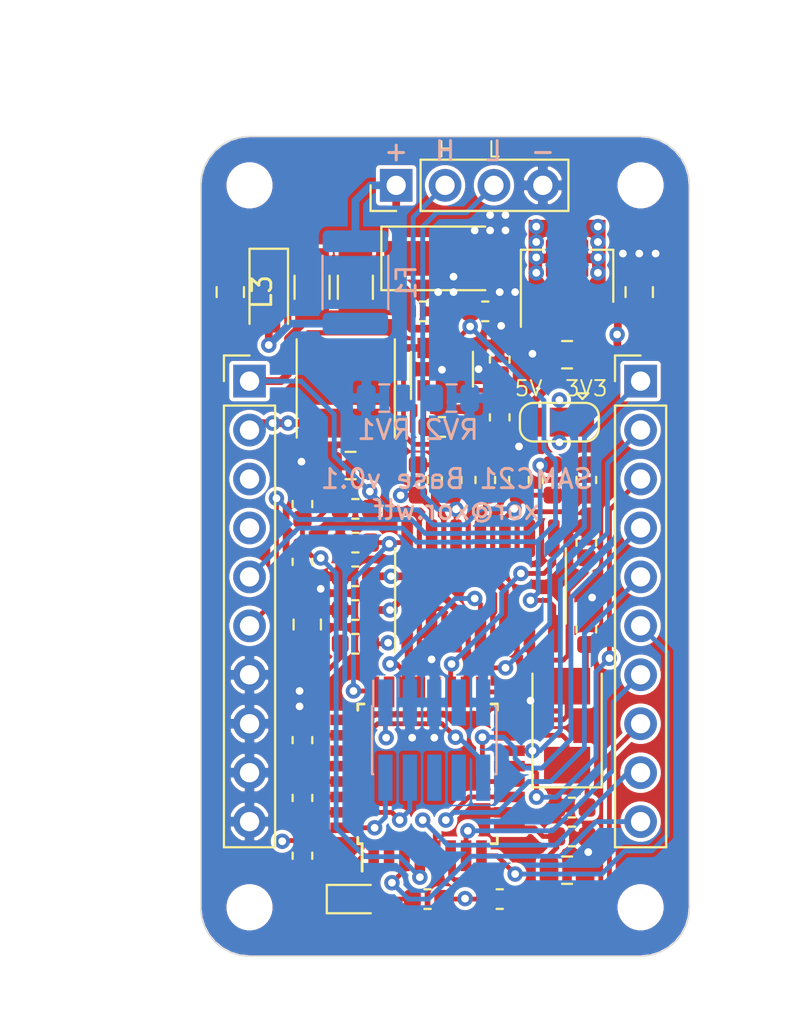
<source format=kicad_pcb>
(kicad_pcb (version 20171130) (host pcbnew 5.1.9-73d0e3b20d~88~ubuntu20.04.1)
  (layers (0 F.Cu signal) (1 In1.Cu power) (2 In2.Cu power) (31 B.Cu signal) (34 B.Paste user) (35 F.Paste user) (36 B.SilkS user) (37 F.SilkS user) (38 B.Mask user) (39 F.Mask user) (44 Edge.Cuts user))
  (net 0 "")
  (net 1 WAKE)
  (net 2 +36V)
  (net 3 +5V)
  (net 4 +3V3)
  (net 5 /VBUS_ADC)
  (net 6 "Net-(C10-Pad2)")
  (net 7 "Net-(C10-Pad1)")
  (net 8 VDD)
  (net 9 "Net-(C17-Pad2)")
  (net 10 "Net-(C18-Pad2)")
  (net 11 "Net-(C19-Pad2)")
  (net 12 VBUS)
  (net 13 "Net-(D2-Pad2)")
  (net 14 "Net-(D2-Pad1)")
  (net 15 CAN_L)
  (net 16 CAN_H)
  (net 17 INH)
  (net 18 PA11)
  (net 19 PA10)
  (net 20 PA09)
  (net 21 PA08)
  (net 22 PA07)
  (net 23 PA06)
  (net 24 PA05)
  (net 25 PA04)
  (net 26 PA02)
  (net 27 PA17)
  (net 28 RESET)
  (net 29 "Net-(J5-Pad8)")
  (net 30 "Net-(J5-Pad7)")
  (net 31 "Net-(J5-Pad6)")
  (net 32 SWDCLK)
  (net 33 SWDIO)
  (net 34 CAN_STB)
  (net 35 CAN_EN)
  (net 36 "Net-(R4-Pad1)")
  (net 37 "Net-(R7-Pad2)")
  (net 38 CAN_ERR)
  (net 39 CAN_RX)
  (net 40 CAN_TX)
  (net 41 "Net-(U1-Pad2)")
  (net 42 GND)
  (net 43 /VDDCORE)
  (net 44 /VDDANA)
  (net 45 "Net-(U1-Pad20)")
  (net 46 "Net-(U1-Pad23)")
  (net 47 "Net-(U1-Pad27)")
  (net 48 "Net-(U1-Pad25)")
  (net 49 "Net-(D1-Pad2)")
  (net 50 "Net-(D1-Pad1)")
  (module Resistor_SMD:R_0805_2012Metric (layer B.Cu) (at 112.1 64.38)
    (fp_text reference RV2 (at 0 1.65) (layer B.SilkS) (effects (justify mirror)))
    (fp_text value CT0805K25G)
    (pad 2 smd roundrect (at 0.9375 0) (size 0.975 1.4) (layers B.Cu B.Paste B.Mask) (net 42 GND))
    (pad 1 smd roundrect (at -0.9375 0) (size 0.975 1.4) (layers B.Cu B.Paste B.Mask) (net 15 CAN_L))
  )
  (module Resistor_SMD:R_0805_2012Metric (layer B.Cu) (at 108.6 64.38)
    (fp_text reference RV1 (at 0 1.65) (layer B.SilkS) (effects (justify mirror)))
    (fp_text value CT0805K25G)
    (pad 2 smd roundrect (at 0.9375 0) (size 0.975 1.4) (layers B.Cu B.Paste B.Mask) (net 16 CAN_H))
    (pad 1 smd roundrect (at -0.9375 0) (size 0.975 1.4) (layers B.Cu B.Paste B.Mask) (net 42 GND))
  )
  (module Inductor_SMD:L_0805_2012Metric (layer F.Cu) (at 100.6 58.88 270)
    (fp_text reference L3 (at 0 -1.65 90) (layer F.SilkS))
    (fp_text value MLP2012V4R7MT0S1)
    (pad 2 smd roundrect (at 0.9375 0 270) (size 0.975 1.4) (layers F.Cu F.Paste F.Mask) (net 2 +36V))
    (pad 1 smd roundrect (at -0.9375 0 270) (size 0.975 1.4) (layers F.Cu F.Paste F.Mask) (net 50 "Net-(D1-Pad1)"))
  )
  (module Fuse:Fuse_1812_4532Metric (layer B.Cu) (at 107.1 58.38 90)
    (fp_text reference F1 (at 0 2.65 90) (layer B.SilkS) (effects (justify mirror)))
    (fp_text value 1812L020/60)
    (pad 2 smd roundrect (at 2.1375 0 90) (size 1.125 3.4) (layers B.Cu B.Paste B.Mask) (roundrect_rratio 0.222222) (net 12 VBUS))
    (pad 1 smd roundrect (at -2.1375 0 90) (size 1.125 3.4) (layers B.Cu B.Paste B.Mask) (roundrect_rratio 0.222222) (net 49 "Net-(D1-Pad2)"))
  )
  (module MountingHole:MountingHole_2mm (layer F.Cu) (at 121.92 90.805)
    (fp_text reference H4 hide)
    (fp_text value MountingHole)
    (pad "" np_thru_hole circle (at 0 0) (size 2 2) (drill 2) (layers *.Cu *.Mask))
  )
  (module MountingHole:MountingHole_2mm (layer F.Cu) (at 121.92 53.34)
    (fp_text reference H3 hide)
    (fp_text value MountingHole)
    (pad "" np_thru_hole circle (at 0 0) (size 2 2) (drill 2) (layers *.Cu *.Mask))
  )
  (module MountingHole:MountingHole_2mm (layer F.Cu) (at 101.6 90.805)
    (fp_text reference H2 hide)
    (fp_text value MountingHole)
    (pad "" np_thru_hole circle (at 0 0) (size 2 2) (drill 2) (layers *.Cu *.Mask))
  )
  (module MountingHole:MountingHole_2mm (layer F.Cu) (at 101.6 53.34)
    (fp_text reference H1 hide)
    (fp_text value MountingHole)
    (pad "" np_thru_hole circle (at 0 0) (size 2 2) (drill 2) (layers *.Cu *.Mask))
  )
  (module Capacitor_SMD:C_0603_1608Metric (layer F.Cu) (at 111.6 65.88 180)
    (fp_text reference C10 hide)
    (fp_text value 100nF)
    (pad 2 smd roundrect (at 0.7875 0 180) (size 0.875 0.95) (layers F.Cu F.Paste F.Mask) (net 6 "Net-(C10-Pad2)"))
    (pad 1 smd roundrect (at -0.7875 0 180) (size 0.875 0.95) (layers F.Cu F.Paste F.Mask) (net 7 "Net-(C10-Pad1)"))
  )
  (module Capacitor_SMD:C_1206_3216Metric (layer F.Cu) (at 104.85 58.63 90)
    (fp_text reference C20 hide)
    (fp_text value 10uF/50V)
    (pad 2 smd roundrect (at 1.4 0 90) (size 1.25 1.75) (layers F.Cu F.Paste F.Mask) (roundrect_rratio 0.2) (net 42 GND))
    (pad 1 smd roundrect (at -1.4 0 90) (size 1.25 1.75) (layers F.Cu F.Paste F.Mask) (roundrect_rratio 0.2) (net 2 +36V))
  )
  (module Capacitor_SMD:C_0805_2012Metric (layer F.Cu) (at 118.1 88.88)
    (fp_text reference C8 hide)
    (fp_text value 10uF)
    (pad 2 smd roundrect (at 0.9375 0) (size 0.975 1.4) (layers F.Cu F.Paste F.Mask) (net 42 GND))
    (pad 1 smd roundrect (at -0.9375 0) (size 0.975 1.4) (layers F.Cu F.Paste F.Mask) (net 44 /VDDANA))
  )
  (module Capacitor_SMD:C_0805_2012Metric (layer F.Cu) (at 104.6 76.13 90)
    (fp_text reference C7 hide)
    (fp_text value 10uF)
    (pad 2 smd roundrect (at 0.9375 0 90) (size 0.975 1.4) (layers F.Cu F.Paste F.Mask) (net 42 GND))
    (pad 1 smd roundrect (at -0.9375 0 90) (size 0.975 1.4) (layers F.Cu F.Paste F.Mask) (net 43 /VDDCORE))
  )
  (module Resistor_SMD:R_0603_1608Metric (layer F.Cu) (at 107.1 70.13 180)
    (fp_text reference R9 hide)
    (fp_text value 100K)
    (pad 2 smd roundrect (at 0.7875 0 180) (size 0.875 0.95) (layers F.Cu F.Paste F.Mask) (net 5 /VBUS_ADC))
    (pad 1 smd roundrect (at -0.7875 0 180) (size 0.875 0.95) (layers F.Cu F.Paste F.Mask) (net 2 +36V))
  )
  (module Capacitor_SMD:C_0603_1608Metric (layer F.Cu) (at 107.1 73.63 180)
    (fp_text reference C14 hide)
    (fp_text value 100nF)
    (pad 2 smd roundrect (at 0.7875 0 180) (size 0.875 0.95) (layers F.Cu F.Paste F.Mask) (net 42 GND))
    (pad 1 smd roundrect (at -0.7875 0 180) (size 0.875 0.95) (layers F.Cu F.Paste F.Mask) (net 8 VDD))
  )
  (module Diode_SMD:D_SMA (layer F.Cu) (at 111.85 57.13)
    (fp_text reference D3 hide)
    (fp_text value SMAJ40A)
    (pad 2 smd rect (at 2 0) (size 2.5 1.8) (layers F.Cu F.Paste F.Mask) (net 42 GND))
    (pad 1 smd rect (at -2 0) (size 2.5 1.8) (layers F.Cu F.Paste F.Mask) (net 12 VBUS))
  )
  (module Capacitor_SMD:C_0603_1608Metric (layer F.Cu) (at 104.35 72.88 270)
    (fp_text reference C9 hide)
    (fp_text value 100nF)
    (pad 2 smd roundrect (at 0.7875 0 270) (size 0.875 0.95) (layers F.Cu F.Paste F.Mask) (net 42 GND))
    (pad 1 smd roundrect (at -0.7875 0 270) (size 0.875 0.95) (layers F.Cu F.Paste F.Mask) (net 5 /VBUS_ADC))
  )
  (module Capacitor_SMD:C_0603_1608Metric (layer F.Cu) (at 110.6 59.88)
    (fp_text reference C2 hide)
    (fp_text value 100nF/100V)
    (pad 2 smd roundrect (at 0.7875 0) (size 0.875 0.95) (layers F.Cu F.Paste F.Mask) (net 42 GND))
    (pad 1 smd roundrect (at -0.7875 0) (size 0.875 0.95) (layers F.Cu F.Paste F.Mask) (net 2 +36V))
  )
  (module Capacitor_SMD:C_1206_3216Metric (layer F.Cu) (at 107.1 58.63 90)
    (fp_text reference C1 hide)
    (fp_text value 10uF/50V)
    (pad 2 smd roundrect (at 1.4 0 90) (size 1.25 1.75) (layers F.Cu F.Paste F.Mask) (roundrect_rratio 0.2) (net 42 GND))
    (pad 1 smd roundrect (at -1.4 0 90) (size 1.25 1.75) (layers F.Cu F.Paste F.Mask) (roundrect_rratio 0.2) (net 2 +36V))
  )
  (module Resistor_SMD:R_0603_1608Metric (layer F.Cu) (at 117.35 68.63 90)
    (fp_text reference R12 hide)
    (fp_text value 100K)
    (pad 2 smd roundrect (at 0.7875 0 90) (size 0.875 0.95) (layers F.Cu F.Paste F.Mask) (net 1 WAKE))
    (pad 1 smd roundrect (at -0.7875 0 90) (size 0.875 0.95) (layers F.Cu F.Paste F.Mask) (net 2 +36V))
  )
  (module Crystal:Crystal_SMD_Abracon_ABM3-2Pin_5.0x3.2mm (layer F.Cu) (at 118.1 81.38 90)
    (fp_text reference Y1 hide)
    (fp_text value ABM3-8.000MHZ-D2Y-T)
    (pad 2 smd rect (at 2.05 0 90) (size 1.9 2.4) (layers F.Cu F.Paste F.Mask) (net 10 "Net-(C18-Pad2)"))
    (pad 1 smd rect (at -2.05 0 90) (size 1.9 2.4) (layers F.Cu F.Paste F.Mask) (net 11 "Net-(C19-Pad2)"))
  )
  (module Package_TO_SOT_SMD:SOT-89-3 (layer F.Cu) (at 118.1 58.4635 90)
    (fp_text reference U4 hide)
    (fp_text value MCP1703A)
    (pad 2 smd trapezoid (at -0.0762 0 180) (size 1.5 1) (rect_delta 0 0.7) (layers F.Cu F.Paste F.Mask) (net 3 +5V))
    (pad 2 smd rect (at 1.3335 0) (size 2.2 1.84) (layers F.Cu F.Paste F.Mask) (net 3 +5V))
    (pad 3 smd rect (at -1.48 1.5) (size 1 1.5) (layers F.Cu F.Paste F.Mask) (net 4 +3V3))
    (pad 2 smd rect (at -1.3335 0) (size 1 1.8) (layers F.Cu F.Paste F.Mask) (net 3 +5V))
    (pad 1 smd rect (at -1.48 -1.5) (size 1 1.5) (layers F.Cu F.Paste F.Mask) (net 42 GND))
    (pad 2 smd trapezoid (at 2.667 0) (size 1.6 0.85) (rect_delta 0 0.6) (layers F.Cu F.Paste F.Mask) (net 3 +5V))
  )
  (module Package_TO_SOT_SMD:SOT-23-6 (layer F.Cu) (at 111.6 62.88 90)
    (fp_text reference U3 hide)
    (fp_text value TPS560430Y)
    (pad 5 smd rect (at 1.1 0 90) (size 1.06 0.65) (layers F.Cu F.Paste F.Mask) (net 2 +36V))
    (pad 6 smd rect (at 1.1 -0.95 90) (size 1.06 0.65) (layers F.Cu F.Paste F.Mask) (net 7 "Net-(C10-Pad1)"))
    (pad 4 smd rect (at 1.1 0.95 90) (size 1.06 0.65) (layers F.Cu F.Paste F.Mask) (net 17 INH))
    (pad 3 smd rect (at -1.1 0.95 90) (size 1.06 0.65) (layers F.Cu F.Paste F.Mask) (net 37 "Net-(R7-Pad2)"))
    (pad 2 smd rect (at -1.1 0 90) (size 1.06 0.65) (layers F.Cu F.Paste F.Mask) (net 42 GND))
    (pad 1 smd rect (at -1.1 -0.95 90) (size 1.06 0.65) (layers F.Cu F.Paste F.Mask) (net 6 "Net-(C10-Pad2)"))
  )
  (module Package_SO:SOIC-14_3.9x8.7mm_P1.27mm (layer F.Cu) (at 113.6 74.13 90)
    (fp_text reference U2 hide)
    (fp_text value TJA1043T)
    (pad 14 smd roundrect (at 2.475 -3.81 90) (size 1.95 0.6) (layers F.Cu F.Paste F.Mask) (net 34 CAN_STB))
    (pad 13 smd roundrect (at 2.475 -2.54 90) (size 1.95 0.6) (layers F.Cu F.Paste F.Mask) (net 16 CAN_H))
    (pad 12 smd roundrect (at 2.475 -1.27 90) (size 1.95 0.6) (layers F.Cu F.Paste F.Mask) (net 15 CAN_L))
    (pad 11 smd roundrect (at 2.475 0 90) (size 1.95 0.6) (layers F.Cu F.Paste F.Mask) (net 9 "Net-(C17-Pad2)"))
    (pad 10 smd roundrect (at 2.475 1.27 90) (size 1.95 0.6) (layers F.Cu F.Paste F.Mask) (net 2 +36V))
    (pad 9 smd roundrect (at 2.475 2.54 90) (size 1.95 0.6) (layers F.Cu F.Paste F.Mask) (net 36 "Net-(R4-Pad1)"))
    (pad 8 smd roundrect (at 2.475 3.81 90) (size 1.95 0.6) (layers F.Cu F.Paste F.Mask) (net 38 CAN_ERR))
    (pad 7 smd roundrect (at -2.475 3.81 90) (size 1.95 0.6) (layers F.Cu F.Paste F.Mask) (net 17 INH))
    (pad 6 smd roundrect (at -2.475 2.54 90) (size 1.95 0.6) (layers F.Cu F.Paste F.Mask) (net 35 CAN_EN))
    (pad 5 smd roundrect (at -2.475 1.27 90) (size 1.95 0.6) (layers F.Cu F.Paste F.Mask) (net 8 VDD))
    (pad 4 smd roundrect (at -2.475 0 90) (size 1.95 0.6) (layers F.Cu F.Paste F.Mask) (net 39 CAN_RX))
    (pad 3 smd roundrect (at -2.475 -1.27 90) (size 1.95 0.6) (layers F.Cu F.Paste F.Mask) (net 3 +5V))
    (pad 2 smd roundrect (at -2.475 -2.54 90) (size 1.95 0.6) (layers F.Cu F.Paste F.Mask) (net 42 GND))
    (pad 1 smd roundrect (at -2.475 -3.81 90) (size 1.95 0.6) (layers F.Cu F.Paste F.Mask) (net 40 CAN_TX))
  )
  (module Package_QFP:TQFP-32_7x7mm_P0.8mm (layer F.Cu) (at 110.85 83.88 90)
    (fp_text reference U1 hide)
    (fp_text value ATSAMC21E18A-AUT)
    (pad 32 smd rect (at -2.8 -4.25 180) (size 1.6 0.55) (layers F.Cu F.Paste F.Mask) (net 33 SWDIO))
    (pad 31 smd rect (at -2 -4.25 180) (size 1.6 0.55) (layers F.Cu F.Paste F.Mask) (net 32 SWDCLK))
    (pad 30 smd rect (at -1.2 -4.25 180) (size 1.6 0.55) (layers F.Cu F.Paste F.Mask) (net 8 VDD))
    (pad 29 smd rect (at -0.4 -4.25 180) (size 1.6 0.55) (layers F.Cu F.Paste F.Mask) (net 43 /VDDCORE))
    (pad 28 smd rect (at 0.4 -4.25 180) (size 1.6 0.55) (layers F.Cu F.Paste F.Mask) (net 42 GND))
    (pad 27 smd rect (at 1.2 -4.25 180) (size 1.6 0.55) (layers F.Cu F.Paste F.Mask) (net 47 "Net-(U1-Pad27)"))
    (pad 26 smd rect (at 2 -4.25 180) (size 1.6 0.55) (layers F.Cu F.Paste F.Mask) (net 28 RESET))
    (pad 25 smd rect (at 2.8 -4.25 180) (size 1.6 0.55) (layers F.Cu F.Paste F.Mask) (net 48 "Net-(U1-Pad25)"))
    (pad 24 smd rect (at 4.25 -2.8 90) (size 1.6 0.55) (layers F.Cu F.Paste F.Mask) (net 34 CAN_STB))
    (pad 23 smd rect (at 4.25 -2 90) (size 1.6 0.55) (layers F.Cu F.Paste F.Mask) (net 46 "Net-(U1-Pad23)"))
    (pad 22 smd rect (at 4.25 -1.2 90) (size 1.6 0.55) (layers F.Cu F.Paste F.Mask) (net 39 CAN_RX))
    (pad 21 smd rect (at 4.25 -0.4 90) (size 1.6 0.55) (layers F.Cu F.Paste F.Mask) (net 40 CAN_TX))
    (pad 20 smd rect (at 4.25 0.4 90) (size 1.6 0.55) (layers F.Cu F.Paste F.Mask) (net 45 "Net-(U1-Pad20)"))
    (pad 19 smd rect (at 4.25 1.2 90) (size 1.6 0.55) (layers F.Cu F.Paste F.Mask) (net 38 CAN_ERR))
    (pad 18 smd rect (at 4.25 2 90) (size 1.6 0.55) (layers F.Cu F.Paste F.Mask) (net 27 PA17))
    (pad 17 smd rect (at 4.25 2.8 90) (size 1.6 0.55) (layers F.Cu F.Paste F.Mask) (net 35 CAN_EN))
    (pad 16 smd rect (at 2.8 4.25 180) (size 1.6 0.55) (layers F.Cu F.Paste F.Mask) (net 10 "Net-(C18-Pad2)"))
    (pad 15 smd rect (at 2 4.25 180) (size 1.6 0.55) (layers F.Cu F.Paste F.Mask) (net 11 "Net-(C19-Pad2)"))
    (pad 14 smd rect (at 1.2 4.25 180) (size 1.6 0.55) (layers F.Cu F.Paste F.Mask) (net 18 PA11))
    (pad 13 smd rect (at 0.4 4.25 180) (size 1.6 0.55) (layers F.Cu F.Paste F.Mask) (net 19 PA10))
    (pad 12 smd rect (at -0.4 4.25 180) (size 1.6 0.55) (layers F.Cu F.Paste F.Mask) (net 20 PA09))
    (pad 11 smd rect (at -1.2 4.25 180) (size 1.6 0.55) (layers F.Cu F.Paste F.Mask) (net 21 PA08))
    (pad 10 smd rect (at -2 4.25 180) (size 1.6 0.55) (layers F.Cu F.Paste F.Mask) (net 42 GND))
    (pad 9 smd rect (at -2.8 4.25 180) (size 1.6 0.55) (layers F.Cu F.Paste F.Mask) (net 44 /VDDANA))
    (pad 8 smd rect (at -4.25 2.8 90) (size 1.6 0.55) (layers F.Cu F.Paste F.Mask) (net 22 PA07))
    (pad 7 smd rect (at -4.25 2 90) (size 1.6 0.55) (layers F.Cu F.Paste F.Mask) (net 23 PA06))
    (pad 6 smd rect (at -4.25 1.2 90) (size 1.6 0.55) (layers F.Cu F.Paste F.Mask) (net 24 PA05))
    (pad 5 smd rect (at -4.25 0.4 90) (size 1.6 0.55) (layers F.Cu F.Paste F.Mask) (net 25 PA04))
    (pad 4 smd rect (at -4.25 -0.4 90) (size 1.6 0.55) (layers F.Cu F.Paste F.Mask) (net 5 /VBUS_ADC))
    (pad 3 smd rect (at -4.25 -1.2 90) (size 1.6 0.55) (layers F.Cu F.Paste F.Mask) (net 26 PA02))
    (pad 2 smd rect (at -4.25 -2 90) (size 1.6 0.55) (layers F.Cu F.Paste F.Mask) (net 41 "Net-(U1-Pad2)"))
    (pad 1 smd rect (at -4.25 -2.8 90) (size 1.6 0.55) (layers F.Cu F.Paste F.Mask) (net 14 "Net-(D2-Pad1)"))
  )
  (module Resistor_SMD:R_0603_1608Metric (layer F.Cu) (at 112.1 68.63 270)
    (fp_text reference RT2 hide)
    (fp_text value 1K5)
    (pad 2 smd roundrect (at 0.7875 0 270) (size 0.875 0.95) (layers F.Cu F.Paste F.Mask) (net 15 CAN_L))
    (pad 1 smd roundrect (at -0.7875 0 270) (size 0.875 0.95) (layers F.Cu F.Paste F.Mask) (net 9 "Net-(C17-Pad2)"))
  )
  (module Resistor_SMD:R_0603_1608Metric (layer F.Cu) (at 110.35 68.63 90)
    (fp_text reference RT1 hide)
    (fp_text value 1K5)
    (pad 2 smd roundrect (at 0.7875 0 90) (size 0.875 0.95) (layers F.Cu F.Paste F.Mask) (net 9 "Net-(C17-Pad2)"))
    (pad 1 smd roundrect (at -0.7875 0 90) (size 0.875 0.95) (layers F.Cu F.Paste F.Mask) (net 16 CAN_H))
  )
  (module Resistor_SMD:R_0603_1608Metric (layer F.Cu) (at 110.85 90.38 180)
    (fp_text reference R11 hide)
    (fp_text value 1K)
    (pad 2 smd roundrect (at 0.7875 0 180) (size 0.875 0.95) (layers F.Cu F.Paste F.Mask) (net 13 "Net-(D2-Pad2)"))
    (pad 1 smd roundrect (at -0.7875 0 180) (size 0.875 0.95) (layers F.Cu F.Paste F.Mask) (net 8 VDD))
  )
  (module Resistor_SMD:R_0603_1608Metric (layer F.Cu) (at 104.35 69.88 90)
    (fp_text reference R10 hide)
    (fp_text value 10K)
    (pad 2 smd roundrect (at 0.7875 0 90) (size 0.875 0.95) (layers F.Cu F.Paste F.Mask) (net 42 GND))
    (pad 1 smd roundrect (at -0.7875 0 90) (size 0.875 0.95) (layers F.Cu F.Paste F.Mask) (net 5 /VBUS_ADC))
  )
  (module Resistor_SMD:R_0603_1608Metric (layer F.Cu) (at 114.6 62.38 90)
    (fp_text reference R8 hide)
    (fp_text value 22K1)
    (pad 2 smd roundrect (at 0.7875 0 90) (size 0.875 0.95) (layers F.Cu F.Paste F.Mask) (net 42 GND))
    (pad 1 smd roundrect (at -0.7875 0 90) (size 0.875 0.95) (layers F.Cu F.Paste F.Mask) (net 37 "Net-(R7-Pad2)"))
  )
  (module Resistor_SMD:R_0603_1608Metric (layer F.Cu) (at 114.6 65.38 90)
    (fp_text reference R7 hide)
    (fp_text value 88K7)
    (pad 2 smd roundrect (at 0.7875 0 90) (size 0.875 0.95) (layers F.Cu F.Paste F.Mask) (net 37 "Net-(R7-Pad2)"))
    (pad 1 smd roundrect (at -0.7875 0 90) (size 0.875 0.95) (layers F.Cu F.Paste F.Mask) (net 3 +5V))
  )
  (module Resistor_SMD:R_0603_1608Metric (layer F.Cu) (at 104.35 88.13 270)
    (fp_text reference R6 hide)
    (fp_text value 10K)
    (pad 2 smd roundrect (at 0.7875 0 270) (size 0.875 0.95) (layers F.Cu F.Paste F.Mask) (net 32 SWDCLK))
    (pad 1 smd roundrect (at -0.7875 0 270) (size 0.875 0.95) (layers F.Cu F.Paste F.Mask) (net 8 VDD))
  )
  (module Resistor_SMD:R_0603_1608Metric (layer F.Cu) (at 107.1 77.13 180)
    (fp_text reference R5 hide)
    (fp_text value 10K)
    (pad 2 smd roundrect (at 0.7875 0 180) (size 0.875 0.95) (layers F.Cu F.Paste F.Mask) (net 28 RESET))
    (pad 1 smd roundrect (at -0.7875 0 180) (size 0.875 0.95) (layers F.Cu F.Paste F.Mask) (net 8 VDD))
  )
  (module Resistor_SMD:R_0603_1608Metric (layer F.Cu) (at 119.1 68.63 90)
    (fp_text reference R4 hide)
    (fp_text value 4K7)
    (pad 2 smd roundrect (at 0.7875 0 90) (size 0.875 0.95) (layers F.Cu F.Paste F.Mask) (net 1 WAKE))
    (pad 1 smd roundrect (at -0.7875 0 90) (size 0.875 0.95) (layers F.Cu F.Paste F.Mask) (net 36 "Net-(R4-Pad1)"))
  )
  (module Resistor_SMD:R_0603_1608Metric (layer F.Cu) (at 119.1 71.88 90)
    (fp_text reference R3 hide)
    (fp_text value 10K)
    (pad 2 smd roundrect (at 0.7875 0 90) (size 0.875 0.95) (layers F.Cu F.Paste F.Mask) (net 42 GND))
    (pad 1 smd roundrect (at -0.7875 0 90) (size 0.875 0.95) (layers F.Cu F.Paste F.Mask) (net 35 CAN_EN))
  )
  (module Resistor_SMD:R_0603_1608Metric (layer F.Cu) (at 107.1 71.88 180)
    (fp_text reference R2 hide)
    (fp_text value 10K)
    (pad 2 smd roundrect (at 0.7875 0 180) (size 0.875 0.95) (layers F.Cu F.Paste F.Mask) (net 42 GND))
    (pad 1 smd roundrect (at -0.7875 0 180) (size 0.875 0.95) (layers F.Cu F.Paste F.Mask) (net 34 CAN_STB))
  )
  (module Resistor_SMD:R_0603_1608Metric (layer F.Cu) (at 113.85 59.88)
    (fp_text reference R1 hide)
    (fp_text value 100K)
    (pad 2 smd roundrect (at 0.7875 0) (size 0.875 0.95) (layers F.Cu F.Paste F.Mask) (net 42 GND))
    (pad 1 smd roundrect (at -0.7875 0) (size 0.875 0.95) (layers F.Cu F.Paste F.Mask) (net 17 INH))
  )
  (module Inductor_SMD:L_0603_1608Metric (layer F.Cu) (at 114.6 90.38 180)
    (fp_text reference L2 hide)
    (fp_text value MPZ1608S221A)
    (pad 2 smd roundrect (at 0.7875 0 180) (size 0.875 0.95) (layers F.Cu F.Paste F.Mask) (net 8 VDD))
    (pad 1 smd roundrect (at -0.7875 0 180) (size 0.875 0.95) (layers F.Cu F.Paste F.Mask) (net 44 /VDDANA))
  )
  (module Inductor_SMD:L_Taiyo-Yuden_NR-50xx (layer F.Cu) (at 106.6 63.88 270)
    (fp_text reference L1 hide)
    (fp_text value NR5040T100M)
    (pad 2 smd rect (at 1.8 0 270) (size 1.5 4.2) (layers F.Cu F.Paste F.Mask) (net 3 +5V))
    (pad 1 smd rect (at -1.8 0 270) (size 1.5 4.2) (layers F.Cu F.Paste F.Mask) (net 7 "Net-(C10-Pad1)"))
  )
  (module Jumper:SolderJumper-3_P1.3mm_Open_RoundedPad1.0x1.5mm (layer F.Cu) (at 117.7 65.63 180)
    (fp_text reference JP1 hide)
    (fp_text value SolderJumper_3_Open)
    (pad 2 smd rect (at 0 0 180) (size 1 1.5) (layers F.Cu F.Mask) (net 8 VDD))
    (pad 3 smd custom (at 1.3 0 180) (size 1 0.5) (layers F.Cu F.Mask) (net 3 +5V) (options (clearance outline) (anchor rect)) (primitives (gr_circle (center 0 0.25) (end 0.5 0.25) (width 0)) (gr_circle (center 0 -0.25) (end 0.5 -0.25) (width 0)) (gr_poly (pts (xy -0.55 -0.75) (xy 0 -0.75) (xy 0 0.75) (xy -0.55 0.75)) (width 0))))
    (pad 1 smd custom (at -1.3 0 180) (size 1 0.5) (layers F.Cu F.Mask) (net 4 +3V3) (options (clearance outline) (anchor rect)) (primitives (gr_circle (center 0 0.25) (end 0.5 0.25) (width 0)) (gr_circle (center 0 -0.25) (end 0.5 -0.25) (width 0)) (gr_poly (pts (xy 0.55 -0.75) (xy 0 -0.75) (xy 0 0.75) (xy 0.55 0.75)) (width 0))))
  )
  (module Connector_PinHeader_1.27mm:PinHeader_2x05_P1.27mm_Vertical_SMD (layer B.Cu) (at 111.2 82.13 270)
    (fp_text reference J5 hide)
    (fp_text value Conn_ARM_JTAG_SWD_10)
    (pad 10 smd rect (at 1.95 -2.54 270) (size 2.4 0.74) (layers B.Cu B.Paste B.Mask) (net 28 RESET))
    (pad 9 smd rect (at -1.95 -2.54 270) (size 2.4 0.74) (layers B.Cu B.Paste B.Mask) (net 42 GND))
    (pad 8 smd rect (at 1.95 -1.27 270) (size 2.4 0.74) (layers B.Cu B.Paste B.Mask) (net 29 "Net-(J5-Pad8)"))
    (pad 7 smd rect (at -1.95 -1.27 270) (size 2.4 0.74) (layers B.Cu B.Paste B.Mask) (net 30 "Net-(J5-Pad7)"))
    (pad 6 smd rect (at 1.95 0 270) (size 2.4 0.74) (layers B.Cu B.Paste B.Mask) (net 31 "Net-(J5-Pad6)"))
    (pad 5 smd rect (at -1.95 0 270) (size 2.4 0.74) (layers B.Cu B.Paste B.Mask) (net 42 GND))
    (pad 4 smd rect (at 1.95 1.27 270) (size 2.4 0.74) (layers B.Cu B.Paste B.Mask) (net 32 SWDCLK))
    (pad 3 smd rect (at -1.95 1.27 270) (size 2.4 0.74) (layers B.Cu B.Paste B.Mask) (net 42 GND))
    (pad 2 smd rect (at 1.95 2.54 270) (size 2.4 0.74) (layers B.Cu B.Paste B.Mask) (net 33 SWDIO))
    (pad 1 smd rect (at -1.95 2.54 270) (size 2.4 0.74) (layers B.Cu B.Paste B.Mask) (net 8 VDD))
  )
  (module Connector_PinHeader_2.54mm:PinHeader_1x10_P2.54mm_Vertical (layer F.Cu) (at 121.92 63.5)
    (fp_text reference J3 hide)
    (fp_text value Conn_01x10)
    (pad 10 thru_hole oval (at 0 22.86) (size 1.7 1.7) (drill 1) (layers *.Cu *.Mask) (net 26 PA02))
    (pad 9 thru_hole oval (at 0 20.32) (size 1.7 1.7) (drill 1) (layers *.Cu *.Mask) (net 25 PA04))
    (pad 8 thru_hole oval (at 0 17.78) (size 1.7 1.7) (drill 1) (layers *.Cu *.Mask) (net 24 PA05))
    (pad 7 thru_hole oval (at 0 15.24) (size 1.7 1.7) (drill 1) (layers *.Cu *.Mask) (net 23 PA06))
    (pad 6 thru_hole oval (at 0 12.7) (size 1.7 1.7) (drill 1) (layers *.Cu *.Mask) (net 22 PA07))
    (pad 5 thru_hole oval (at 0 10.16) (size 1.7 1.7) (drill 1) (layers *.Cu *.Mask) (net 21 PA08))
    (pad 4 thru_hole oval (at 0 7.62) (size 1.7 1.7) (drill 1) (layers *.Cu *.Mask) (net 20 PA09))
    (pad 3 thru_hole oval (at 0 5.08) (size 1.7 1.7) (drill 1) (layers *.Cu *.Mask) (net 19 PA10))
    (pad 2 thru_hole oval (at 0 2.54) (size 1.7 1.7) (drill 1) (layers *.Cu *.Mask) (net 18 PA11))
    (pad 1 thru_hole rect (at 0 0) (size 1.7 1.7) (drill 1) (layers *.Cu *.Mask) (net 27 PA17))
  )
  (module Connector_PinHeader_2.54mm:PinHeader_1x10_P2.54mm_Vertical (layer F.Cu) (at 101.6 63.5)
    (fp_text reference J2 hide)
    (fp_text value Conn_01x10)
    (pad 10 thru_hole oval (at 0 22.86) (size 1.7 1.7) (drill 1) (layers *.Cu *.Mask) (net 42 GND))
    (pad 9 thru_hole oval (at 0 20.32) (size 1.7 1.7) (drill 1) (layers *.Cu *.Mask) (net 42 GND))
    (pad 8 thru_hole oval (at 0 17.78) (size 1.7 1.7) (drill 1) (layers *.Cu *.Mask) (net 42 GND))
    (pad 7 thru_hole oval (at 0 15.24) (size 1.7 1.7) (drill 1) (layers *.Cu *.Mask) (net 42 GND))
    (pad 6 thru_hole oval (at 0 12.7) (size 1.7 1.7) (drill 1) (layers *.Cu *.Mask) (net 1 WAKE))
    (pad 5 thru_hole oval (at 0 10.16) (size 1.7 1.7) (drill 1) (layers *.Cu *.Mask) (net 17 INH))
    (pad 4 thru_hole oval (at 0 7.62) (size 1.7 1.7) (drill 1) (layers *.Cu *.Mask) (net 8 VDD))
    (pad 3 thru_hole oval (at 0 5.08) (size 1.7 1.7) (drill 1) (layers *.Cu *.Mask) (net 4 +3V3))
    (pad 2 thru_hole oval (at 0 2.54) (size 1.7 1.7) (drill 1) (layers *.Cu *.Mask) (net 3 +5V))
    (pad 1 thru_hole rect (at 0 0) (size 1.7 1.7) (drill 1) (layers *.Cu *.Mask) (net 2 +36V))
  )
  (module Connector_PinHeader_2.54mm:PinHeader_1x04_P2.54mm_Vertical (layer F.Cu) (at 109.22 53.34 90)
    (fp_text reference J1 hide)
    (fp_text value Conn_01x04)
    (pad 4 thru_hole oval (at 0 7.62 90) (size 1.7 1.7) (drill 1) (layers *.Cu *.Mask) (net 42 GND))
    (pad 3 thru_hole oval (at 0 5.08 90) (size 1.7 1.7) (drill 1) (layers *.Cu *.Mask) (net 15 CAN_L))
    (pad 2 thru_hole oval (at 0 2.54 90) (size 1.7 1.7) (drill 1) (layers *.Cu *.Mask) (net 16 CAN_H))
    (pad 1 thru_hole rect (at 0 0 90) (size 1.7 1.7) (drill 1) (layers *.Cu *.Mask) (net 12 VBUS))
  )
  (module LED_SMD:LED_0603_1608Metric (layer F.Cu) (at 107.1 90.38)
    (fp_text reference D2 hide)
    (fp_text value LED_Small)
    (pad 2 smd roundrect (at 0.7875 0) (size 0.875 0.95) (layers F.Cu F.Paste F.Mask) (net 13 "Net-(D2-Pad2)"))
    (pad 1 smd roundrect (at -0.7875 0) (size 0.875 0.95) (layers F.Cu F.Paste F.Mask) (net 14 "Net-(D2-Pad1)"))
  )
  (module Diode_SMD:D_SOD-123 (layer F.Cu) (at 102.6 58.88 270)
    (fp_text reference D1 hide)
    (fp_text value MBR0560)
    (pad 2 smd rect (at 1.65 0 270) (size 0.9 1.2) (layers F.Cu F.Paste F.Mask) (net 49 "Net-(D1-Pad2)"))
    (pad 1 smd rect (at -1.65 0 270) (size 0.9 1.2) (layers F.Cu F.Paste F.Mask) (net 50 "Net-(D1-Pad1)"))
  )
  (module Capacitor_SMD:C_0603_1608Metric (layer F.Cu) (at 118.35 85.63)
    (fp_text reference C19 hide)
    (fp_text value 18pF)
    (pad 2 smd roundrect (at 0.7875 0) (size 0.875 0.95) (layers F.Cu F.Paste F.Mask) (net 11 "Net-(C19-Pad2)"))
    (pad 1 smd roundrect (at -0.7875 0) (size 0.875 0.95) (layers F.Cu F.Paste F.Mask) (net 42 GND))
  )
  (module Capacitor_SMD:C_0603_1608Metric (layer F.Cu) (at 119.1 76.38 270)
    (fp_text reference C18 hide)
    (fp_text value 18pF)
    (pad 2 smd roundrect (at 0.7875 0 270) (size 0.875 0.95) (layers F.Cu F.Paste F.Mask) (net 10 "Net-(C18-Pad2)"))
    (pad 1 smd roundrect (at -0.7875 0 270) (size 0.875 0.95) (layers F.Cu F.Paste F.Mask) (net 42 GND))
  )
  (module Capacitor_SMD:C_0603_1608Metric (layer F.Cu) (at 113.85 68.63 270)
    (fp_text reference C17 hide)
    (fp_text value 10nF)
    (pad 2 smd roundrect (at 0.7875 0 270) (size 0.875 0.95) (layers F.Cu F.Paste F.Mask) (net 9 "Net-(C17-Pad2)"))
    (pad 1 smd roundrect (at -0.7875 0 270) (size 0.875 0.95) (layers F.Cu F.Paste F.Mask) (net 42 GND))
  )
  (module Capacitor_SMD:C_0603_1608Metric (layer F.Cu) (at 115.6 68.63 90)
    (fp_text reference C16 hide)
    (fp_text value 100nF/50V)
    (pad 2 smd roundrect (at 0.7875 0 90) (size 0.875 0.95) (layers F.Cu F.Paste F.Mask) (net 42 GND))
    (pad 1 smd roundrect (at -0.7875 0 90) (size 0.875 0.95) (layers F.Cu F.Paste F.Mask) (net 2 +36V))
  )
  (module Capacitor_SMD:C_0603_1608Metric (layer F.Cu) (at 107.1 75.38 180)
    (fp_text reference C15 hide)
    (fp_text value 100nF)
    (pad 2 smd roundrect (at 0.7875 0 180) (size 0.875 0.95) (layers F.Cu F.Paste F.Mask) (net 42 GND))
    (pad 1 smd roundrect (at -0.7875 0 180) (size 0.875 0.95) (layers F.Cu F.Paste F.Mask) (net 3 +5V))
  )
  (module Capacitor_SMD:C_0603_1608Metric (layer F.Cu) (at 104.35 85.13 90)
    (fp_text reference C13 hide)
    (fp_text value 100nF)
    (pad 2 smd roundrect (at 0.7875 0 90) (size 0.875 0.95) (layers F.Cu F.Paste F.Mask) (net 42 GND))
    (pad 1 smd roundrect (at -0.7875 0 90) (size 0.875 0.95) (layers F.Cu F.Paste F.Mask) (net 8 VDD))
  )
  (module Capacitor_SMD:C_0603_1608Metric (layer F.Cu) (at 118.35 87.13)
    (fp_text reference C12 hide)
    (fp_text value 100nF)
    (pad 2 smd roundrect (at 0.7875 0) (size 0.875 0.95) (layers F.Cu F.Paste F.Mask) (net 42 GND))
    (pad 1 smd roundrect (at -0.7875 0) (size 0.875 0.95) (layers F.Cu F.Paste F.Mask) (net 44 /VDDANA))
  )
  (module Capacitor_SMD:C_0603_1608Metric (layer F.Cu) (at 104.35 82.13 90)
    (fp_text reference C11 hide)
    (fp_text value 100nF)
    (pad 2 smd roundrect (at 0.7875 0 90) (size 0.875 0.95) (layers F.Cu F.Paste F.Mask) (net 42 GND))
    (pad 1 smd roundrect (at -0.7875 0 90) (size 0.875 0.95) (layers F.Cu F.Paste F.Mask) (net 43 /VDDCORE))
  )
  (module Capacitor_SMD:C_0805_2012Metric (layer F.Cu) (at 121.85 58.88 90)
    (fp_text reference C6 hide)
    (fp_text value 10uF)
    (pad 2 smd roundrect (at 0.9375 0 90) (size 0.975 1.4) (layers F.Cu F.Paste F.Mask) (net 42 GND))
    (pad 1 smd roundrect (at -0.9375 0 90) (size 0.975 1.4) (layers F.Cu F.Paste F.Mask) (net 4 +3V3))
  )
  (module Capacitor_SMD:C_0805_2012Metric (layer F.Cu) (at 118.1 62.13 180)
    (fp_text reference C5 hide)
    (fp_text value 10uF)
    (pad 2 smd roundrect (at 0.9375 0 180) (size 0.975 1.4) (layers F.Cu F.Paste F.Mask) (net 42 GND))
    (pad 1 smd roundrect (at -0.9375 0 180) (size 0.975 1.4) (layers F.Cu F.Paste F.Mask) (net 3 +5V))
  )
  (module Capacitor_SMD:C_0805_2012Metric (layer F.Cu) (at 106.85 67.88 180)
    (fp_text reference C3 hide)
    (fp_text value 10uF)
    (pad 2 smd roundrect (at 0.9375 0 180) (size 0.975 1.4) (layers F.Cu F.Paste F.Mask) (net 42 GND))
    (pad 1 smd roundrect (at -0.9375 0 180) (size 0.975 1.4) (layers F.Cu F.Paste F.Mask) (net 3 +5V))
  )
  (gr_text L (at 114.3 51.562) (layer B.SilkS) (effects (font (size 1 1)) (justify mirror)))
  (gr_text H (at 111.76 51.562) (layer B.SilkS) (effects (font (size 1 1)) (justify mirror)))
  (gr_text - (at 116.84 51.562) (layer B.SilkS) (effects (font (size 1 1)) (justify mirror)))
  (gr_text + (at 109.22 51.562) (layer B.SilkS) (effects (font (size 1 1)) (justify mirror)))
  (gr_text L (at 114.3 51.48) (layer F.SilkS) (effects (font (size 0.8 0.8) (thickness 0.1))))
  (gr_text H (at 111.8 51.48) (layer F.SilkS) (effects (font (size 0.8 0.8) (thickness 0.1))))
  (gr_text - (at 116.84 51.562) (layer F.SilkS) (effects (font (size 1 1))))
  (gr_text + (at 109.22 51.562) (layer F.SilkS) (effects (font (size 1 1))))
  (gr_text "SAMC21 Base v0.1\nxor@xor.wtf" (at 112.35 69.38) (layer B.SilkS) (effects (font (size 1 1)) (justify mirror)))
  (gr_text 3V3 (at 119.1 63.88) (layer F.SilkS) (effects (font (size 0.8 0.8) (thickness 0.1))))
  (gr_text 5V (at 116.1 63.88) (layer F.SilkS) (effects (font (size 0.8 0.8) (thickness 0.1))))
  (gr_arc (start 101.6 90.805) (end 99.06 90.805) (angle -90) (layer Edge.Cuts) (width 0.05))
  (gr_arc (start 121.92 90.805) (end 121.92 93.345) (angle -90) (layer Edge.Cuts) (width 0.05))
  (gr_arc (start 121.92 53.34) (end 124.46 53.34) (angle -90) (layer Edge.Cuts) (width 0.05))
  (gr_arc (start 101.6 53.34) (end 101.6 50.8) (angle -90) (layer Edge.Cuts) (width 0.05))
  (gr_line (start 99.06 90.805) (end 99.06 53.34) (layer Edge.Cuts) (width 0.05))
  (gr_line (start 121.92 93.345) (end 101.6 93.345) (layer Edge.Cuts) (width 0.05))
  (gr_line (start 124.46 53.34) (end 124.46 90.805) (layer Edge.Cuts) (width 0.05))
  (gr_line (start 101.6 50.8) (end 121.92 50.8) (layer Edge.Cuts) (width 0.05))
  (segment (start 117.35 67.8425) (end 119.1 67.8425) (width 0.25) (layer F.Cu) (net 1))
  (via (at 103 69.58) (size 0.8) (drill 0.4) (layers F.Cu B.Cu) (net 1))
  (segment (start 103 74.8) (end 101.6 76.2) (width 0.25) (layer F.Cu) (net 1))
  (segment (start 103 69.58) (end 103 74.8) (width 0.25) (layer F.Cu) (net 1))
  (segment (start 116.7375 67.8425) (end 116.7 67.88) (width 0.25) (layer F.Cu) (net 1))
  (segment (start 117.35 67.8425) (end 116.7375 67.8425) (width 0.25) (layer F.Cu) (net 1))
  (via (at 116.7 67.88) (size 0.8) (drill 0.4) (layers F.Cu B.Cu) (net 1))
  (segment (start 112.984401 71.405012) (end 113.009424 71.379989) (width 0.25) (layer B.Cu) (net 1))
  (segment (start 116.100011 71.379989) (end 116.7 70.78) (width 0.25) (layer B.Cu) (net 1))
  (segment (start 113.009424 71.379989) (end 116.100011 71.379989) (width 0.25) (layer B.Cu) (net 1))
  (segment (start 110 70.68) (end 110.725012 71.405012) (width 0.25) (layer B.Cu) (net 1))
  (segment (start 104.1 70.68) (end 110 70.68) (width 0.25) (layer B.Cu) (net 1))
  (segment (start 110.725012 71.405012) (end 112.984401 71.405012) (width 0.25) (layer B.Cu) (net 1))
  (segment (start 103 69.58) (end 104.1 70.68) (width 0.25) (layer B.Cu) (net 1))
  (segment (start 116.7 70.78) (end 116.7 67.88) (width 0.25) (layer B.Cu) (net 1))
  (segment (start 115.6 69.4175) (end 117.35 69.4175) (width 0.25) (layer F.Cu) (net 2))
  (segment (start 107.8875 70.13) (end 107.8875 69.267508) (width 0.25) (layer F.Cu) (net 2))
  (segment (start 107.8875 69.267508) (end 107.85 69.230008) (width 0.25) (layer F.Cu) (net 2))
  (via (at 107.85 69.230008) (size 0.8) (drill 0.4) (layers F.Cu B.Cu) (net 2))
  (segment (start 106 67.380008) (end 107.85 69.230008) (width 0.25) (layer B.Cu) (net 2))
  (segment (start 106 65.23) (end 106 67.380008) (width 0.25) (layer B.Cu) (net 2))
  (segment (start 104.27 63.5) (end 106 65.23) (width 0.25) (layer B.Cu) (net 2))
  (segment (start 101.6 63.5) (end 104.27 63.5) (width 0.25) (layer B.Cu) (net 2))
  (segment (start 111.6 60.85) (end 111.6 61.78) (width 0.4) (layer F.Cu) (net 2))
  (segment (start 111.53 60.78) (end 111.6 60.85) (width 0.4) (layer F.Cu) (net 2))
  (segment (start 110 60.78) (end 111.53 60.78) (width 0.4) (layer F.Cu) (net 2))
  (segment (start 109.8125 60.5925) (end 110 60.78) (width 0.4) (layer F.Cu) (net 2))
  (segment (start 109.8125 59.88) (end 109.8125 60.5925) (width 0.4) (layer F.Cu) (net 2))
  (segment (start 113.623002 70.13) (end 115.35 70.13) (width 0.25) (layer B.Cu) (net 2))
  (segment (start 112.798001 70.955001) (end 113.623002 70.13) (width 0.25) (layer B.Cu) (net 2))
  (segment (start 111.1385 70.955001) (end 112.798001 70.955001) (width 0.25) (layer B.Cu) (net 2))
  (segment (start 107.85 69.230008) (end 108.799992 70.18) (width 0.25) (layer B.Cu) (net 2))
  (segment (start 114.87 71.655) (end 114.87 70.61) (width 0.25) (layer F.Cu) (net 2))
  (segment (start 114.87 70.61) (end 115.35 70.13) (width 0.25) (layer F.Cu) (net 2))
  (segment (start 110.363499 70.18) (end 111.1385 70.955001) (width 0.25) (layer B.Cu) (net 2))
  (segment (start 108.799992 70.18) (end 110.363499 70.18) (width 0.25) (layer B.Cu) (net 2))
  (via (at 115.35 70.13) (size 0.8) (drill 0.4) (layers F.Cu B.Cu) (net 2))
  (segment (start 115.6 69.88) (end 115.35 70.13) (width 0.25) (layer F.Cu) (net 2))
  (segment (start 115.6 69.4175) (end 115.6 69.88) (width 0.25) (layer F.Cu) (net 2))
  (segment (start 104.85 60.03) (end 107.1 60.03) (width 0.4) (layer F.Cu) (net 2))
  (segment (start 107.25 59.88) (end 107.1 60.03) (width 0.4) (layer F.Cu) (net 2))
  (segment (start 109.8125 59.88) (end 107.25 59.88) (width 0.4) (layer F.Cu) (net 2))
  (segment (start 101.6 63.5) (end 103.23 63.5) (width 0.4) (layer F.Cu) (net 2))
  (segment (start 103.23 63.5) (end 103.6 63.13) (width 0.4) (layer F.Cu) (net 2))
  (segment (start 103.6 61.28) (end 104.85 60.03) (width 0.4) (layer F.Cu) (net 2))
  (segment (start 103.6 63.13) (end 103.6 61.28) (width 0.4) (layer F.Cu) (net 2))
  (segment (start 109.8125 58.9175) (end 109.8125 59.88) (width 0.4) (layer F.Cu) (net 2))
  (segment (start 109.85 58.88) (end 109.8125 58.9175) (width 0.4) (layer F.Cu) (net 2))
  (segment (start 102.35 58.63) (end 109.6 58.63) (width 0.4) (layer F.Cu) (net 2))
  (segment (start 109.6 58.63) (end 109.85 58.88) (width 0.4) (layer F.Cu) (net 2))
  (segment (start 101.1625 59.8175) (end 102.35 58.63) (width 0.4) (layer F.Cu) (net 2))
  (segment (start 100.6 59.8175) (end 101.1625 59.8175) (width 0.4) (layer F.Cu) (net 2))
  (segment (start 118.1 59.797) (end 118.1 58.13) (width 0.25) (layer F.Cu) (net 3))
  (via (at 108.9 75.38) (size 0.8) (drill 0.4) (layers F.Cu B.Cu) (net 3))
  (segment (start 101.96 65.68) (end 101.6 66.04) (width 0.4) (layer F.Cu) (net 3))
  (segment (start 106.6 65.68) (end 104.4 65.68) (width 0.4) (layer F.Cu) (net 3))
  (segment (start 102.8 65.68) (end 101.96 65.68) (width 0.4) (layer F.Cu) (net 3))
  (via (at 102.8 65.68) (size 0.8) (drill 0.4) (layers F.Cu B.Cu) (net 3))
  (segment (start 103.6 65.68) (end 102.8 65.68) (width 0.4) (layer F.Cu) (net 3))
  (via (at 103.6 65.68) (size 0.8) (drill 0.4) (layers F.Cu B.Cu) (net 3))
  (segment (start 104.4 65.68) (end 103.6 65.68) (width 0.4) (layer F.Cu) (net 3))
  (segment (start 118.15 62.13) (end 118.1 62.18) (width 0.4) (layer F.Cu) (net 3))
  (segment (start 119.0375 62.13) (end 118.15 62.13) (width 0.4) (layer F.Cu) (net 3))
  (segment (start 118.1 59.797) (end 118.1 62.18) (width 0.4) (layer F.Cu) (net 3))
  (segment (start 116.4 64.502916) (end 116.4 65.63) (width 0.4) (layer F.Cu) (net 3))
  (segment (start 118.1 62.802916) (end 116.4 64.502916) (width 0.4) (layer F.Cu) (net 3))
  (segment (start 118.1 62.18) (end 118.1 62.802916) (width 0.4) (layer F.Cu) (net 3))
  (via (at 116.5 55.48) (size 0.8) (drill 0.4) (layers F.Cu B.Cu) (net 3))
  (via (at 116.5 56.28) (size 0.8) (drill 0.4) (layers F.Cu B.Cu) (net 3))
  (via (at 116.5 57.08) (size 0.8) (drill 0.4) (layers F.Cu B.Cu) (net 3))
  (via (at 116.5 57.88) (size 0.8) (drill 0.4) (layers F.Cu B.Cu) (net 3))
  (via (at 119.7 55.48) (size 0.8) (drill 0.4) (layers F.Cu B.Cu) (net 3))
  (via (at 119.7 56.28) (size 0.8) (drill 0.4) (layers F.Cu B.Cu) (net 3))
  (via (at 119.7 57.08) (size 0.8) (drill 0.4) (layers F.Cu B.Cu) (net 3))
  (via (at 119.7 57.88) (size 0.8) (drill 0.4) (layers F.Cu B.Cu) (net 3))
  (segment (start 107.8875 75.38) (end 108.9 75.38) (width 0.4) (layer F.Cu) (net 3))
  (segment (start 112.33 75.31) (end 112.33 76.605) (width 0.4) (layer F.Cu) (net 3))
  (segment (start 111.8 74.78) (end 112.33 75.31) (width 0.4) (layer F.Cu) (net 3))
  (segment (start 109.5 74.78) (end 111.8 74.78) (width 0.4) (layer F.Cu) (net 3))
  (segment (start 108.9 75.38) (end 109.5 74.78) (width 0.4) (layer F.Cu) (net 3))
  (segment (start 114.6 66.1675) (end 114.6 66.08) (width 0.25) (layer F.Cu) (net 3))
  (segment (start 115.6 65.78) (end 116.25 65.78) (width 0.25) (layer F.Cu) (net 3))
  (segment (start 116.25 65.78) (end 116.4 65.63) (width 0.25) (layer F.Cu) (net 3))
  (segment (start 115.2125 66.1675) (end 115.6 65.78) (width 0.25) (layer F.Cu) (net 3))
  (segment (start 114.6 66.1675) (end 115.2125 66.1675) (width 0.25) (layer F.Cu) (net 3))
  (segment (start 106.6 65.68) (end 107.4 65.68) (width 0.4) (layer F.Cu) (net 3))
  (segment (start 107.7875 66.0675) (end 107.7875 67.88) (width 0.4) (layer F.Cu) (net 3))
  (segment (start 107.4 65.68) (end 107.7875 66.0675) (width 0.4) (layer F.Cu) (net 3))
  (segment (start 121.724 59.9435) (end 121.85 59.8175) (width 0.4) (layer F.Cu) (net 4))
  (segment (start 119.6 59.9435) (end 120.7365 59.9435) (width 0.4) (layer F.Cu) (net 4))
  (segment (start 120.7365 59.9435) (end 121.724 59.9435) (width 0.4) (layer F.Cu) (net 4))
  (segment (start 119 65.63) (end 119 64.330006) (width 0.4) (layer F.Cu) (net 4))
  (segment (start 120.7365 62.327821) (end 119 64.064321) (width 0.4) (layer F.Cu) (net 4))
  (segment (start 119 64.064321) (end 119 64.330006) (width 0.4) (layer F.Cu) (net 4))
  (segment (start 120.7365 61.0435) (end 120.7 61.08) (width 0.4) (layer F.Cu) (net 4))
  (segment (start 120.7365 59.9435) (end 120.7365 61.0435) (width 0.4) (layer F.Cu) (net 4))
  (via (at 120.7 61.08) (size 0.8) (drill 0.4) (layers F.Cu B.Cu) (net 4))
  (segment (start 120.7 61.08) (end 120.7365 62.327821) (width 0.4) (layer F.Cu) (net 4))
  (segment (start 104.35 70.6675) (end 104.35 72.0925) (width 0.25) (layer F.Cu) (net 5))
  (via (at 105.3 72.68) (size 0.8) (drill 0.4) (layers F.Cu B.Cu) (net 5))
  (segment (start 105.65 70.13) (end 106.3125 70.13) (width 0.25) (layer F.Cu) (net 5))
  (segment (start 105.1125 70.6675) (end 105.65 70.13) (width 0.25) (layer F.Cu) (net 5))
  (segment (start 104.35 70.6675) (end 105.1125 70.6675) (width 0.25) (layer F.Cu) (net 5))
  (segment (start 104.9375 72.68) (end 105.3 72.68) (width 0.25) (layer F.Cu) (net 5))
  (segment (start 104.35 72.0925) (end 104.9375 72.68) (width 0.25) (layer F.Cu) (net 5))
  (segment (start 110.45 88.13) (end 110.45 89.243955) (width 0.25) (layer F.Cu) (net 5))
  (via (at 110.450005 89.24396) (size 0.8) (drill 0.4) (layers F.Cu B.Cu) (net 5))
  (segment (start 110.45 89.243955) (end 110.450005 89.24396) (width 0.25) (layer F.Cu) (net 5))
  (segment (start 109.4 88.18) (end 107.6 88.18) (width 0.25) (layer B.Cu) (net 5))
  (segment (start 110.450005 89.230005) (end 109.4 88.18) (width 0.25) (layer B.Cu) (net 5))
  (segment (start 110.450005 89.24396) (end 110.450005 89.230005) (width 0.25) (layer B.Cu) (net 5))
  (segment (start 106.1 73.48) (end 105.3 72.68) (width 0.25) (layer B.Cu) (net 5))
  (segment (start 106.1 86.68) (end 106.1 73.48) (width 0.25) (layer B.Cu) (net 5))
  (segment (start 107.6 88.18) (end 106.1 86.68) (width 0.25) (layer B.Cu) (net 5))
  (segment (start 110.65 65.7175) (end 110.8125 65.88) (width 0.25) (layer F.Cu) (net 6))
  (segment (start 110.65 63.98) (end 110.65 65.7175) (width 0.25) (layer F.Cu) (net 6))
  (segment (start 109.6 61.78) (end 106.9 61.78) (width 0.25) (layer F.Cu) (net 7))
  (segment (start 110.65 61.78) (end 109.6 61.78) (width 0.25) (layer F.Cu) (net 7))
  (segment (start 106.9 61.78) (end 106.6 62.08) (width 0.4) (layer F.Cu) (net 7))
  (segment (start 110.65 61.78) (end 106.9 61.78) (width 0.4) (layer F.Cu) (net 7))
  (segment (start 112.4 66.68) (end 112.4 65.8925) (width 0.25) (layer F.Cu) (net 7))
  (segment (start 112.3 66.78) (end 112.4 66.68) (width 0.25) (layer F.Cu) (net 7))
  (segment (start 112.4 65.8925) (end 112.3875 65.88) (width 0.25) (layer F.Cu) (net 7))
  (segment (start 110.1 66.78) (end 112.3 66.78) (width 0.25) (layer F.Cu) (net 7))
  (segment (start 109.6 66.28) (end 110.1 66.78) (width 0.25) (layer F.Cu) (net 7))
  (segment (start 109.6 61.78) (end 109.6 66.28) (width 0.25) (layer F.Cu) (net 7))
  (segment (start 105.2 85.08) (end 106.6 85.08) (width 0.25) (layer F.Cu) (net 8))
  (segment (start 104.3625 85.9175) (end 105.2 85.08) (width 0.25) (layer F.Cu) (net 8))
  (segment (start 104.35 85.9175) (end 104.3625 85.9175) (width 0.25) (layer F.Cu) (net 8))
  (via (at 108.8 77.08) (size 0.8) (drill 0.4) (layers F.Cu B.Cu) (net 8))
  (segment (start 108.75 77.13) (end 108.8 77.08) (width 0.25) (layer F.Cu) (net 8))
  (segment (start 107.8875 77.13) (end 108.75 77.13) (width 0.25) (layer F.Cu) (net 8))
  (segment (start 108.66 81.96501) (end 108.7 82.00501) (width 0.25) (layer B.Cu) (net 8))
  (segment (start 108.66 80.18) (end 108.66 81.96501) (width 0.25) (layer B.Cu) (net 8))
  (via (at 108.7 82.00501) (size 0.8) (drill 0.4) (layers F.Cu B.Cu) (net 8))
  (segment (start 103.3375 87.3425) (end 103.3 87.38) (width 0.25) (layer F.Cu) (net 8))
  (via (at 103.3 87.38) (size 0.8) (drill 0.4) (layers F.Cu B.Cu) (net 8))
  (segment (start 104.35 87.3425) (end 103.3375 87.3425) (width 0.25) (layer F.Cu) (net 8))
  (segment (start 104.35 87.3425) (end 104.35 85.9175) (width 0.25) (layer F.Cu) (net 8))
  (via (at 112.8 90.35499) (size 0.8) (drill 0.4) (layers F.Cu B.Cu) (net 8))
  (segment (start 111.6375 90.38) (end 112.77499 90.38) (width 0.25) (layer F.Cu) (net 8))
  (segment (start 112.77499 90.38) (end 112.8 90.35499) (width 0.25) (layer F.Cu) (net 8))
  (segment (start 113.8125 90.38) (end 112.82501 90.38) (width 0.25) (layer F.Cu) (net 8))
  (segment (start 112.82501 90.38) (end 112.8 90.35499) (width 0.25) (layer F.Cu) (net 8))
  (via (at 117.7 66.68) (size 0.8) (drill 0.4) (layers F.Cu B.Cu) (net 8))
  (segment (start 117.7 65.63) (end 117.7 66.68) (width 0.25) (layer F.Cu) (net 8))
  (via (at 117.7 64.48) (size 0.8) (drill 0.4) (layers F.Cu B.Cu) (net 8))
  (segment (start 117.7 65.63) (end 117.7 64.48) (width 0.25) (layer F.Cu) (net 8))
  (via (at 108.950006 73.63) (size 0.8) (drill 0.4) (layers F.Cu B.Cu) (net 8))
  (segment (start 107.8875 73.63) (end 108.950006 73.63) (width 0.4) (layer F.Cu) (net 8))
  (segment (start 108.950006 73.63) (end 114.15 73.63) (width 0.4) (layer F.Cu) (net 8))
  (segment (start 114.87 74.35) (end 114.87 76.605) (width 0.4) (layer F.Cu) (net 8))
  (segment (start 114.15 73.63) (end 114.87 74.35) (width 0.4) (layer F.Cu) (net 8))
  (segment (start 112.1 67.8425) (end 110.35 67.8425) (width 0.25) (layer F.Cu) (net 9))
  (segment (start 113.85 70.1925) (end 113.85 69.4175) (width 0.25) (layer F.Cu) (net 9))
  (segment (start 113.6 70.4425) (end 113.85 70.1925) (width 0.25) (layer F.Cu) (net 9))
  (segment (start 113.6 71.655) (end 113.6 70.4425) (width 0.25) (layer F.Cu) (net 9))
  (segment (start 112.1 67.8425) (end 112.275 67.8425) (width 0.25) (layer F.Cu) (net 9))
  (segment (start 112.275 67.8425) (end 113.85 69.4175) (width 0.25) (layer F.Cu) (net 9))
  (segment (start 115.1 81.08) (end 117.9 81.08) (width 0.25) (layer F.Cu) (net 10))
  (segment (start 118.1 80.88) (end 118.1 79.33) (width 0.25) (layer F.Cu) (net 10))
  (segment (start 117.9 81.08) (end 118.1 80.88) (width 0.25) (layer F.Cu) (net 10))
  (segment (start 118.1 79.33) (end 118.55 79.33) (width 0.25) (layer F.Cu) (net 10))
  (segment (start 119.1 78.78) (end 119.1 77.1675) (width 0.25) (layer F.Cu) (net 10))
  (segment (start 118.55 79.33) (end 119.1 78.78) (width 0.25) (layer F.Cu) (net 10))
  (segment (start 115.1 81.88) (end 117.85 81.88) (width 0.25) (layer F.Cu) (net 11))
  (segment (start 118.1 82.13) (end 118.1 83.43) (width 0.25) (layer F.Cu) (net 11))
  (segment (start 117.85 81.88) (end 118.1 82.13) (width 0.25) (layer F.Cu) (net 11))
  (segment (start 118.1 83.43) (end 118.95 83.43) (width 0.25) (layer F.Cu) (net 11))
  (segment (start 119.1375 83.6175) (end 119.1375 85.63) (width 0.25) (layer F.Cu) (net 11))
  (segment (start 118.95 83.43) (end 119.1375 83.6175) (width 0.25) (layer F.Cu) (net 11))
  (segment (start 109.22 56.5) (end 109.22 53.34) (width 0.4) (layer F.Cu) (net 12))
  (segment (start 107.1 56.2425) (end 107.1 54.13) (width 0.4) (layer B.Cu) (net 12))
  (segment (start 107.89 53.34) (end 109.22 53.34) (width 0.4) (layer B.Cu) (net 12))
  (segment (start 107.1 54.13) (end 107.89 53.34) (width 0.4) (layer B.Cu) (net 12))
  (segment (start 107.8875 90.38) (end 110.0625 90.38) (width 0.25) (layer F.Cu) (net 13))
  (segment (start 108.05 88.13) (end 107.497994 88.13) (width 0.25) (layer F.Cu) (net 14))
  (segment (start 107.497994 88.13) (end 106.3125 89.315494) (width 0.25) (layer F.Cu) (net 14))
  (segment (start 106.3125 89.315494) (end 106.3125 90.38) (width 0.25) (layer F.Cu) (net 14))
  (segment (start 112.33 69.6475) (end 112.1 69.4175) (width 0.25) (layer F.Cu) (net 15))
  (segment (start 112.33 71.655) (end 112.33 69.6475) (width 0.25) (layer F.Cu) (net 15))
  (via (at 112.33 70.15) (size 0.8) (drill 0.4) (layers F.Cu B.Cu) (net 15))
  (segment (start 112.33 71.655) (end 112.33 70.15) (width 0.25) (layer F.Cu) (net 15))
  (segment (start 112.88 54.76) (end 114.3 53.34) (width 0.25) (layer B.Cu) (net 15))
  (segment (start 111.32 54.76) (end 112.88 54.76) (width 0.25) (layer B.Cu) (net 15))
  (segment (start 110.6 55.48) (end 111.32 54.76) (width 0.25) (layer B.Cu) (net 15))
  (segment (start 111.37 70.15) (end 110.6 69.38) (width 0.25) (layer B.Cu) (net 15))
  (segment (start 112.33 70.15) (end 111.37 70.15) (width 0.25) (layer B.Cu) (net 15))
  (segment (start 111.1625 64.38) (end 110.6 64.38) (width 0.25) (layer B.Cu) (net 15))
  (segment (start 110.6 64.38) (end 110.6 55.48) (width 0.25) (layer B.Cu) (net 15))
  (segment (start 110.6 69.38) (end 110.6 64.38) (width 0.25) (layer B.Cu) (net 15))
  (segment (start 110.35 69.4175) (end 109.4625 69.4175) (width 0.25) (layer F.Cu) (net 16))
  (segment (start 109.4625 69.4175) (end 109.45 69.43) (width 0.25) (layer F.Cu) (net 16))
  (via (at 109.45 69.43) (size 0.8) (drill 0.4) (layers F.Cu B.Cu) (net 16))
  (segment (start 111.06 70.14) (end 110.35 69.43) (width 0.25) (layer F.Cu) (net 16))
  (segment (start 111.06 71.655) (end 111.06 70.14) (width 0.25) (layer F.Cu) (net 16))
  (segment (start 110.35 69.43) (end 110.35 69.4175) (width 0.25) (layer F.Cu) (net 16))
  (segment (start 110.1 68.78) (end 109.45 69.43) (width 0.25) (layer B.Cu) (net 16))
  (segment (start 111.76 53.34) (end 110.1 55) (width 0.25) (layer B.Cu) (net 16))
  (segment (start 110.1 64.38) (end 110.1 68.78) (width 0.25) (layer B.Cu) (net 16))
  (segment (start 109.5375 64.38) (end 110.1 64.38) (width 0.25) (layer B.Cu) (net 16))
  (segment (start 110.1 55) (end 110.1 64.38) (width 0.25) (layer B.Cu) (net 16))
  (segment (start 112.55 61.18) (end 113.0625 60.6675) (width 0.25) (layer F.Cu) (net 17))
  (segment (start 113.0625 60.6675) (end 113.0625 59.88) (width 0.25) (layer F.Cu) (net 17))
  (segment (start 112.55 61.78) (end 112.55 61.18) (width 0.25) (layer F.Cu) (net 17))
  (via (at 116.2 74.88) (size 0.8) (drill 0.4) (layers F.Cu B.Cu) (net 17))
  (segment (start 116.599999 74.480001) (end 116.2 74.88) (width 0.25) (layer B.Cu) (net 17))
  (via (at 113.0625 60.6675) (size 0.8) (drill 0.4) (layers F.Cu B.Cu) (net 17))
  (segment (start 116.599999 74.480001) (end 116.599999 71.979999) (width 0.25) (layer B.Cu) (net 17))
  (segment (start 117.1 74.88) (end 116.2 74.88) (width 0.25) (layer F.Cu) (net 17))
  (segment (start 117.41 75.19) (end 117.1 74.88) (width 0.25) (layer F.Cu) (net 17))
  (segment (start 117.41 76.605) (end 117.41 75.19) (width 0.25) (layer F.Cu) (net 17))
  (segment (start 116.9 67.03) (end 116.9 64.505) (width 0.25) (layer B.Cu) (net 17))
  (segment (start 117.5 67.63) (end 116.9 67.03) (width 0.25) (layer B.Cu) (net 17))
  (segment (start 117.5 70.88) (end 117.5 67.63) (width 0.25) (layer B.Cu) (net 17))
  (segment (start 116.599999 71.780001) (end 117.5 70.88) (width 0.25) (layer B.Cu) (net 17))
  (segment (start 116.9 64.505) (end 113.0625 60.6675) (width 0.25) (layer B.Cu) (net 17))
  (segment (start 116.599999 71.979999) (end 116.599999 71.780001) (width 0.25) (layer B.Cu) (net 17))
  (segment (start 116.45 71.83) (end 116.599999 71.979999) (width 0.25) (layer B.Cu) (net 17))
  (segment (start 113.195824 71.83) (end 116.45 71.83) (width 0.25) (layer B.Cu) (net 17))
  (segment (start 109.563589 71.13) (end 110.288612 71.855023) (width 0.25) (layer B.Cu) (net 17))
  (segment (start 104.13 71.13) (end 109.563589 71.13) (width 0.25) (layer B.Cu) (net 17))
  (segment (start 101.6 73.66) (end 104.13 71.13) (width 0.25) (layer B.Cu) (net 17))
  (segment (start 110.288612 71.855023) (end 113.170801 71.855023) (width 0.25) (layer B.Cu) (net 17))
  (segment (start 113.170801 71.855023) (end 113.195824 71.83) (width 0.25) (layer B.Cu) (net 17))
  (via (at 116.299982 82.68) (size 0.8) (drill 0.4) (layers F.Cu B.Cu) (net 18))
  (segment (start 115.1 82.68) (end 116.299982 82.68) (width 0.25) (layer F.Cu) (net 18))
  (segment (start 121.070001 66.889999) (end 121.92 66.04) (width 0.25) (layer B.Cu) (net 18))
  (segment (start 120.2 67.76) (end 121.070001 66.889999) (width 0.25) (layer B.Cu) (net 18))
  (segment (start 120.2 71.38) (end 120.2 67.76) (width 0.25) (layer B.Cu) (net 18))
  (segment (start 117.749989 73.830011) (end 120.2 71.38) (width 0.25) (layer B.Cu) (net 18))
  (segment (start 117.749989 81.630011) (end 117.749989 73.830011) (width 0.25) (layer B.Cu) (net 18))
  (segment (start 116.7 82.68) (end 117.749989 81.630011) (width 0.25) (layer B.Cu) (net 18))
  (segment (start 116.299982 82.68) (end 116.7 82.68) (width 0.25) (layer B.Cu) (net 18))
  (segment (start 116.15 83.48) (end 116.512021 83.842021) (width 0.25) (layer F.Cu) (net 19))
  (segment (start 115.1 83.48) (end 116.15 83.48) (width 0.25) (layer F.Cu) (net 19))
  (via (at 116.512021 85.092021) (size 0.8) (drill 0.4) (layers F.Cu B.Cu) (net 19))
  (segment (start 116.512021 83.842021) (end 116.512021 85.092021) (width 0.25) (layer F.Cu) (net 19))
  (via (at 120.3 77.88) (size 0.8) (drill 0.4) (layers F.Cu B.Cu) (net 19))
  (segment (start 121.92 68.58) (end 120.3 70.2) (width 0.25) (layer F.Cu) (net 19))
  (segment (start 120.3 70.2) (end 120.3 77.88) (width 0.25) (layer F.Cu) (net 19))
  (segment (start 119.6 78.58) (end 120.3 77.88) (width 0.25) (layer B.Cu) (net 19))
  (segment (start 119.6 83.03) (end 119.6 78.58) (width 0.25) (layer B.Cu) (net 19))
  (segment (start 117.537979 85.092021) (end 119.6 83.03) (width 0.25) (layer B.Cu) (net 19))
  (segment (start 116.512021 85.092021) (end 117.537979 85.092021) (width 0.25) (layer B.Cu) (net 19))
  (segment (start 121.92 71.12) (end 122.04 71.12) (width 0.25) (layer F.Cu) (net 20))
  (segment (start 113.7 83.93) (end 113.7 81.98) (width 0.25) (layer F.Cu) (net 20))
  (segment (start 114.05 84.28) (end 113.7 83.93) (width 0.25) (layer F.Cu) (net 20))
  (segment (start 115.1 84.28) (end 114.05 84.28) (width 0.25) (layer F.Cu) (net 20))
  (via (at 113.7 81.98) (size 0.8) (drill 0.4) (layers F.Cu B.Cu) (net 20))
  (segment (start 115.4 83.08) (end 115.4 82.58) (width 0.25) (layer B.Cu) (net 20))
  (segment (start 115.9 83.58) (end 115.4 83.08) (width 0.25) (layer B.Cu) (net 20))
  (segment (start 116.8 83.58) (end 115.9 83.58) (width 0.25) (layer B.Cu) (net 20))
  (segment (start 118.3 82.08) (end 116.8 83.58) (width 0.25) (layer B.Cu) (net 20))
  (segment (start 118.3 74.74) (end 118.3 82.08) (width 0.25) (layer B.Cu) (net 20))
  (segment (start 114.8 81.98) (end 113.7 81.98) (width 0.25) (layer B.Cu) (net 20))
  (segment (start 115.4 82.58) (end 114.8 81.98) (width 0.25) (layer B.Cu) (net 20))
  (segment (start 121.92 71.12) (end 118.3 74.74) (width 0.25) (layer B.Cu) (net 20))
  (via (at 111.8 86.28) (size 0.8) (drill 0.4) (layers F.Cu B.Cu) (net 21))
  (segment (start 113 85.08) (end 111.8 86.28) (width 0.25) (layer F.Cu) (net 21))
  (segment (start 115.1 85.08) (end 113 85.08) (width 0.25) (layer F.Cu) (net 21))
  (segment (start 119 76.58) (end 121.92 73.66) (width 0.25) (layer B.Cu) (net 21))
  (segment (start 119 82.53) (end 119 76.58) (width 0.25) (layer B.Cu) (net 21))
  (segment (start 117.25 84.28) (end 119 82.53) (width 0.25) (layer B.Cu) (net 21))
  (segment (start 116.1 84.28) (end 117.25 84.28) (width 0.25) (layer B.Cu) (net 21))
  (segment (start 114.5 85.88) (end 116.1 84.28) (width 0.25) (layer B.Cu) (net 21))
  (segment (start 112.2 85.88) (end 114.5 85.88) (width 0.25) (layer B.Cu) (net 21))
  (segment (start 111.8 86.28) (end 112.2 85.88) (width 0.25) (layer B.Cu) (net 21))
  (segment (start 121.92 76.2) (end 123.3 77.58) (width 0.25) (layer B.Cu) (net 22))
  (segment (start 123.3 83.78) (end 123.3 84.38) (width 0.25) (layer B.Cu) (net 22))
  (segment (start 123.3 77.58) (end 123.3 83.78) (width 0.25) (layer B.Cu) (net 22))
  (segment (start 113.65 88.13) (end 114.449998 88.13) (width 0.25) (layer F.Cu) (net 22))
  (via (at 115.4 89.080002) (size 0.8) (drill 0.4) (layers F.Cu B.Cu) (net 22))
  (segment (start 114.449998 88.13) (end 115.4 89.080002) (width 0.25) (layer F.Cu) (net 22))
  (segment (start 123.3 87.08) (end 123.3 83.78) (width 0.25) (layer B.Cu) (net 22))
  (segment (start 122.5 87.88) (end 123.3 87.08) (width 0.25) (layer B.Cu) (net 22))
  (segment (start 119.899998 89.080002) (end 121.1 87.88) (width 0.25) (layer B.Cu) (net 22))
  (segment (start 121.1 87.88) (end 122.5 87.88) (width 0.25) (layer B.Cu) (net 22))
  (segment (start 115.4 89.080002) (end 119.899998 89.080002) (width 0.25) (layer B.Cu) (net 22))
  (segment (start 112.85 88.13) (end 112.85 86.93076) (width 0.25) (layer F.Cu) (net 23))
  (segment (start 112.85 86.93076) (end 112.945062 86.835698) (width 0.25) (layer F.Cu) (net 23))
  (via (at 112.945062 86.835698) (size 0.8) (drill 0.4) (layers F.Cu B.Cu) (net 23))
  (segment (start 120.5 80.16) (end 121.92 78.74) (width 0.25) (layer B.Cu) (net 23))
  (segment (start 120.5 83.68) (end 120.5 80.16) (width 0.25) (layer B.Cu) (net 23))
  (segment (start 117.344302 86.835698) (end 120.5 83.68) (width 0.25) (layer B.Cu) (net 23))
  (segment (start 112.945062 86.835698) (end 117.344302 86.835698) (width 0.25) (layer B.Cu) (net 23))
  (segment (start 119.95 90.23) (end 120.3 89.88) (width 0.25) (layer F.Cu) (net 24))
  (segment (start 120.3 82.9) (end 121.070001 82.129999) (width 0.25) (layer F.Cu) (net 24))
  (segment (start 117.85 90.23) (end 119.95 90.23) (width 0.25) (layer F.Cu) (net 24))
  (segment (start 121.070001 82.129999) (end 121.92 81.28) (width 0.25) (layer F.Cu) (net 24))
  (segment (start 115.021753 91.38) (end 116.7 91.38) (width 0.25) (layer F.Cu) (net 24))
  (segment (start 114.62499 90.983237) (end 115.021753 91.38) (width 0.25) (layer F.Cu) (net 24))
  (segment (start 116.7 91.38) (end 117.85 90.23) (width 0.25) (layer F.Cu) (net 24))
  (segment (start 114.62499 89.75499) (end 114.62499 90.983237) (width 0.25) (layer F.Cu) (net 24))
  (segment (start 114.25 89.38) (end 114.62499 89.75499) (width 0.25) (layer F.Cu) (net 24))
  (segment (start 112.25 89.38) (end 114.25 89.38) (width 0.25) (layer F.Cu) (net 24))
  (segment (start 112.05 89.18) (end 112.25 89.38) (width 0.25) (layer F.Cu) (net 24))
  (segment (start 120.3 89.88) (end 120.3 82.9) (width 0.25) (layer F.Cu) (net 24))
  (segment (start 112.05 88.13) (end 112.05 89.18) (width 0.25) (layer F.Cu) (net 24))
  (via (at 110.6 86.28) (size 0.8) (drill 0.4) (layers F.Cu B.Cu) (net 25))
  (segment (start 111.25 86.93) (end 110.6 86.28) (width 0.25) (layer F.Cu) (net 25))
  (segment (start 111.25 88.13) (end 111.25 86.93) (width 0.25) (layer F.Cu) (net 25))
  (segment (start 117.5 87.58) (end 121.26 83.82) (width 0.25) (layer B.Cu) (net 25))
  (segment (start 111.9 87.58) (end 117.5 87.58) (width 0.25) (layer B.Cu) (net 25))
  (segment (start 121.26 83.82) (end 121.92 83.82) (width 0.25) (layer B.Cu) (net 25))
  (segment (start 110.6 86.28) (end 111.9 87.58) (width 0.25) (layer B.Cu) (net 25))
  (via (at 109 89.530026) (size 0.8) (drill 0.4) (layers F.Cu B.Cu) (net 26))
  (segment (start 109.65 88.880026) (end 109 89.530026) (width 0.25) (layer F.Cu) (net 26))
  (segment (start 109.65 88.13) (end 109.65 88.880026) (width 0.25) (layer F.Cu) (net 26))
  (segment (start 113.125003 88.154997) (end 117.812869 88.154997) (width 0.25) (layer B.Cu) (net 26))
  (segment (start 109 89.530026) (end 109.849974 90.38) (width 0.25) (layer B.Cu) (net 26))
  (segment (start 109.849974 90.38) (end 110.9 90.38) (width 0.25) (layer B.Cu) (net 26))
  (segment (start 117.812869 88.154997) (end 119.607866 86.36) (width 0.25) (layer B.Cu) (net 26))
  (segment (start 110.9 90.38) (end 113.125003 88.154997) (width 0.25) (layer B.Cu) (net 26))
  (segment (start 119.607866 86.36) (end 121.92 86.36) (width 0.25) (layer B.Cu) (net 26))
  (via (at 114.899996 78.38) (size 0.8) (drill 0.4) (layers F.Cu B.Cu) (net 27))
  (segment (start 112.85 79.63) (end 112.85 78.58) (width 0.25) (layer F.Cu) (net 27))
  (segment (start 112.85 78.58) (end 113.05 78.38) (width 0.25) (layer F.Cu) (net 27))
  (segment (start 113.05 78.38) (end 114.899996 78.38) (width 0.25) (layer F.Cu) (net 27))
  (segment (start 117.2 76.079996) (end 114.899996 78.38) (width 0.25) (layer B.Cu) (net 27))
  (segment (start 117.2 72.88) (end 117.2 76.079996) (width 0.25) (layer B.Cu) (net 27))
  (segment (start 119 71.08) (end 117.2 72.88) (width 0.25) (layer B.Cu) (net 27))
  (segment (start 119 66.42) (end 119 71.08) (width 0.25) (layer B.Cu) (net 27))
  (segment (start 121.92 63.5) (end 119 66.42) (width 0.25) (layer B.Cu) (net 27))
  (segment (start 106.3125 77.8675) (end 106.3125 77.13) (width 0.25) (layer F.Cu) (net 28))
  (segment (start 105.35 78.83) (end 106.3125 77.8675) (width 0.25) (layer F.Cu) (net 28))
  (segment (start 105.35 81.63) (end 105.35 78.83) (width 0.25) (layer F.Cu) (net 28))
  (segment (start 105.6 81.88) (end 105.35 81.63) (width 0.25) (layer F.Cu) (net 28))
  (segment (start 106.6 81.88) (end 105.6 81.88) (width 0.25) (layer F.Cu) (net 28))
  (via (at 112.3 81.98) (size 0.8) (drill 0.4) (layers F.Cu B.Cu) (net 28))
  (segment (start 113.74 84.08) (end 113.74 83.25) (width 0.25) (layer B.Cu) (net 28))
  (segment (start 106.6 81.88) (end 107.65 81.88) (width 0.25) (layer F.Cu) (net 28))
  (segment (start 113.74 83.25) (end 112.47 81.98) (width 0.25) (layer B.Cu) (net 28))
  (segment (start 112.47 81.98) (end 112.3 81.98) (width 0.25) (layer B.Cu) (net 28))
  (segment (start 107.65 81.88) (end 108.25 81.28) (width 0.25) (layer F.Cu) (net 28))
  (segment (start 108.25 81.28) (end 111.6 81.28) (width 0.25) (layer F.Cu) (net 28))
  (segment (start 111.6 81.28) (end 112.3 81.98) (width 0.25) (layer F.Cu) (net 28))
  (segment (start 105.3 88.68) (end 105.0625 88.9175) (width 0.25) (layer F.Cu) (net 32))
  (segment (start 105.0625 88.9175) (end 104.35 88.9175) (width 0.25) (layer F.Cu) (net 32))
  (segment (start 105.6 85.88) (end 105.3 86.18) (width 0.25) (layer F.Cu) (net 32))
  (segment (start 106.6 85.88) (end 105.6 85.88) (width 0.25) (layer F.Cu) (net 32))
  (segment (start 105.3 86.18) (end 105.3 88.18) (width 0.25) (layer F.Cu) (net 32))
  (segment (start 105.3 88.18) (end 105.3 88.68) (width 0.25) (layer F.Cu) (net 32))
  (via (at 109.4 86.28) (size 0.8) (drill 0.4) (layers F.Cu B.Cu) (net 32))
  (segment (start 106.6 85.88) (end 109.000001 85.880001) (width 0.25) (layer F.Cu) (net 32))
  (segment (start 109.000001 85.880001) (end 109.4 86.28) (width 0.25) (layer F.Cu) (net 32))
  (segment (start 109.93 84.08) (end 109.93 85.75) (width 0.25) (layer B.Cu) (net 32))
  (segment (start 109.93 85.75) (end 109.4 86.28) (width 0.25) (layer B.Cu) (net 32))
  (segment (start 108.66 86.12) (end 108.1 86.68) (width 0.25) (layer B.Cu) (net 33))
  (via (at 108.1 86.68) (size 0.8) (drill 0.4) (layers F.Cu B.Cu) (net 33))
  (segment (start 106.6 86.68) (end 108.1 86.68) (width 0.25) (layer F.Cu) (net 33))
  (segment (start 108.66 84.08) (end 108.66 86.12) (width 0.25) (layer B.Cu) (net 33))
  (segment (start 108.1 79.68) (end 108.15 79.63) (width 0.25) (layer F.Cu) (net 34))
  (segment (start 108.85 71.88) (end 107.8875 71.88) (width 0.25) (layer F.Cu) (net 34))
  (segment (start 109.565 71.88) (end 109.79 71.655) (width 0.25) (layer F.Cu) (net 34))
  (segment (start 108.85 71.88) (end 109.565 71.88) (width 0.25) (layer F.Cu) (net 34))
  (via (at 108.860937 71.939079) (size 0.8) (drill 0.4) (layers F.Cu B.Cu) (net 34))
  (via (at 107 79.580002) (size 0.8) (drill 0.4) (layers F.Cu B.Cu) (net 34))
  (segment (start 108.860937 71.939079) (end 107 73.800016) (width 0.25) (layer B.Cu) (net 34))
  (segment (start 107 73.800016) (end 107 79.580002) (width 0.25) (layer B.Cu) (net 34))
  (segment (start 108.000002 79.580002) (end 108.05 79.63) (width 0.25) (layer F.Cu) (net 34))
  (segment (start 107 79.580002) (end 108.000002 79.580002) (width 0.25) (layer F.Cu) (net 34))
  (segment (start 113.65 79.63) (end 115.45 79.63) (width 0.25) (layer F.Cu) (net 35))
  (segment (start 115.45 79.63) (end 116.14 78.94) (width 0.25) (layer F.Cu) (net 35))
  (segment (start 116.14 77.92) (end 116.14 76.605) (width 0.25) (layer F.Cu) (net 35))
  (segment (start 116.14 78.94) (end 116.14 77.92) (width 0.25) (layer F.Cu) (net 35))
  (segment (start 116.2 77.98) (end 116.14 77.92) (width 0.25) (layer F.Cu) (net 35))
  (segment (start 117.9 77.98) (end 116.2 77.98) (width 0.25) (layer F.Cu) (net 35))
  (segment (start 118.149988 77.730012) (end 117.9 77.98) (width 0.25) (layer F.Cu) (net 35))
  (segment (start 118.149988 74.380012) (end 118.149988 77.730012) (width 0.25) (layer F.Cu) (net 35))
  (segment (start 119.1 73.43) (end 118.149988 74.380012) (width 0.25) (layer F.Cu) (net 35))
  (segment (start 119.1 72.6675) (end 119.1 73.43) (width 0.25) (layer F.Cu) (net 35))
  (segment (start 118.2375 70.28) (end 119.1 69.4175) (width 0.25) (layer F.Cu) (net 36))
  (segment (start 116.14 70.49) (end 116.35 70.28) (width 0.25) (layer F.Cu) (net 36))
  (segment (start 116.35 70.28) (end 118.2375 70.28) (width 0.25) (layer F.Cu) (net 36))
  (segment (start 116.14 71.655) (end 116.14 70.49) (width 0.25) (layer F.Cu) (net 36))
  (segment (start 114.582 63.98) (end 114.6 63.962) (width 0.25) (layer F.Cu) (net 37))
  (segment (start 112.55 63.98) (end 114.582 63.98) (width 0.25) (layer F.Cu) (net 37))
  (segment (start 114.6 63.962) (end 114.6 63.1675) (width 0.25) (layer F.Cu) (net 37))
  (segment (start 114.6 64.5925) (end 114.6 63.962) (width 0.25) (layer F.Cu) (net 37))
  (via (at 112.1 78.18) (size 0.8) (drill 0.4) (layers F.Cu B.Cu) (net 38))
  (segment (start 112.05 78.23) (end 112.1 78.18) (width 0.25) (layer F.Cu) (net 38))
  (segment (start 112.05 79.63) (end 112.05 78.23) (width 0.25) (layer F.Cu) (net 38))
  (via (at 115.7 73.479992) (size 0.8) (drill 0.4) (layers F.Cu B.Cu) (net 38))
  (segment (start 116.900008 73.479992) (end 115.7 73.479992) (width 0.25) (layer F.Cu) (net 38))
  (segment (start 117.41 71.655) (end 117.41 72.97) (width 0.25) (layer F.Cu) (net 38))
  (segment (start 117.41 72.97) (end 116.900008 73.479992) (width 0.25) (layer F.Cu) (net 38))
  (segment (start 114.7 74.479992) (end 115.7 73.479992) (width 0.25) (layer B.Cu) (net 38))
  (segment (start 114.7 75.58) (end 114.7 74.479992) (width 0.25) (layer B.Cu) (net 38))
  (segment (start 112.1 78.18) (end 114.7 75.58) (width 0.25) (layer B.Cu) (net 38))
  (segment (start 109.24457 78.17457) (end 108.897822 78.17457) (width 0.25) (layer F.Cu) (net 39))
  (via (at 108.897822 78.17457) (size 0.8) (drill 0.4) (layers F.Cu B.Cu) (net 39))
  (segment (start 109.65 79.63) (end 109.65 78.58) (width 0.25) (layer F.Cu) (net 39))
  (segment (start 109.65 78.58) (end 109.24457 78.17457) (width 0.25) (layer F.Cu) (net 39))
  (via (at 113.3 74.779996) (size 0.8) (drill 0.4) (layers F.Cu B.Cu) (net 39))
  (segment (start 113.6 76.605) (end 113.6 75.079996) (width 0.25) (layer F.Cu) (net 39))
  (segment (start 113.6 75.079996) (end 113.3 74.779996) (width 0.25) (layer F.Cu) (net 39))
  (segment (start 108.897822 78.17457) (end 112.292396 74.779996) (width 0.25) (layer B.Cu) (net 39))
  (segment (start 112.292396 74.779996) (end 113.3 74.779996) (width 0.25) (layer B.Cu) (net 39))
  (segment (start 110.45 79.63) (end 110.45 78.73) (width 0.25) (layer F.Cu) (net 40))
  (segment (start 109.79 78.07) (end 109.79 76.605) (width 0.25) (layer F.Cu) (net 40))
  (segment (start 110.45 78.73) (end 109.79 78.07) (width 0.25) (layer F.Cu) (net 40))
  (segment (start 102.615 83.82) (end 103.1375 84.3425) (width 0.25) (layer F.Cu) (net 42))
  (segment (start 101.6 83.82) (end 102.615 83.82) (width 0.25) (layer F.Cu) (net 42))
  (segment (start 104.35 84.3425) (end 103.1375 84.3425) (width 0.25) (layer F.Cu) (net 42))
  (via (at 111.6 62.910002) (size 0.8) (drill 0.4) (layers F.Cu B.Cu) (net 42))
  (segment (start 111.6 63.98) (end 111.6 62.910002) (width 0.25) (layer F.Cu) (net 42))
  (segment (start 117.3125 85.88) (end 117.5625 85.63) (width 0.25) (layer F.Cu) (net 42))
  (segment (start 118.65 87.13) (end 119.1375 87.13) (width 0.25) (layer F.Cu) (net 42))
  (segment (start 118.37499 85.85499) (end 118.37499 86.85499) (width 0.25) (layer F.Cu) (net 42))
  (segment (start 118.37499 86.85499) (end 118.65 87.13) (width 0.25) (layer F.Cu) (net 42))
  (segment (start 118.15 85.63) (end 118.37499 85.85499) (width 0.25) (layer F.Cu) (net 42))
  (segment (start 117.5625 85.63) (end 118.15 85.63) (width 0.25) (layer F.Cu) (net 42))
  (segment (start 114.6375 60.59218) (end 114.675163 60.629843) (width 0.25) (layer F.Cu) (net 42))
  (via (at 114.675163 60.629843) (size 0.8) (drill 0.4) (layers F.Cu B.Cu) (net 42))
  (segment (start 114.6375 59.88) (end 114.6375 60.59218) (width 0.25) (layer F.Cu) (net 42))
  (segment (start 114.6 61.5925) (end 114.6 60.705006) (width 0.25) (layer F.Cu) (net 42))
  (segment (start 114.6 60.705006) (end 114.675163 60.629843) (width 0.25) (layer F.Cu) (net 42))
  (via (at 104.299998 67.68) (size 0.8) (drill 0.4) (layers F.Cu B.Cu) (net 42))
  (segment (start 104.35 69.0925) (end 104.35 67.730002) (width 0.25) (layer F.Cu) (net 42))
  (segment (start 104.35 67.730002) (end 104.299998 67.68) (width 0.25) (layer F.Cu) (net 42))
  (segment (start 105.7125 67.68) (end 105.9125 67.88) (width 0.25) (layer F.Cu) (net 42))
  (segment (start 104.299998 67.68) (end 105.7125 67.68) (width 0.25) (layer F.Cu) (net 42))
  (via (at 116.3 62.08) (size 0.8) (drill 0.4) (layers F.Cu B.Cu) (net 42))
  (segment (start 116.35 62.13) (end 116.3 62.08) (width 0.25) (layer F.Cu) (net 42))
  (segment (start 117.1625 62.13) (end 116.35 62.13) (width 0.25) (layer F.Cu) (net 42))
  (segment (start 116.6 61.78) (end 116.3 62.08) (width 0.25) (layer F.Cu) (net 42))
  (segment (start 116.6 59.9435) (end 116.6 61.78) (width 0.25) (layer F.Cu) (net 42))
  (via (at 112.2 58.88) (size 0.8) (drill 0.4) (layers F.Cu B.Cu) (net 42))
  (via (at 112.2 58.08) (size 0.8) (drill 0.4) (layers F.Cu B.Cu) (net 42))
  (via (at 113.5 62.88) (size 0.8) (drill 0.4) (layers F.Cu B.Cu) (net 42))
  (segment (start 113.469998 62.910002) (end 113.5 62.88) (width 0.25) (layer F.Cu) (net 42))
  (segment (start 111.6 62.910002) (end 113.469998 62.910002) (width 0.25) (layer F.Cu) (net 42))
  (via (at 114.6 58.88) (size 0.8) (drill 0.4) (layers F.Cu B.Cu) (net 42))
  (via (at 115.4 58.88) (size 0.8) (drill 0.4) (layers F.Cu B.Cu) (net 42))
  (via (at 105.3 74.28) (size 0.8) (drill 0.4) (layers F.Cu B.Cu) (net 42))
  (via (at 115.600872 66.89251) (size 0.8) (drill 0.4) (layers F.Cu B.Cu) (net 42))
  (segment (start 115.6 67.8425) (end 115.6 66.893382) (width 0.25) (layer F.Cu) (net 42))
  (segment (start 115.6 66.893382) (end 115.600872 66.89251) (width 0.25) (layer F.Cu) (net 42))
  (segment (start 111.06 77.939996) (end 111.059998 77.939998) (width 0.25) (layer F.Cu) (net 42))
  (segment (start 111.06 76.605) (end 111.06 77.939996) (width 0.25) (layer F.Cu) (net 42))
  (via (at 111.059998 77.939998) (size 0.8) (drill 0.4) (layers F.Cu B.Cu) (net 42))
  (via (at 104.2 80.38) (size 0.8) (drill 0.4) (layers F.Cu B.Cu) (net 42))
  (segment (start 104.35 81.3425) (end 104.35 80.53) (width 0.25) (layer F.Cu) (net 42))
  (segment (start 104.35 80.53) (end 104.2 80.38) (width 0.25) (layer F.Cu) (net 42))
  (via (at 111.2 82.00501) (size 0.8) (drill 0.4) (layers F.Cu B.Cu) (net 42))
  (segment (start 109.93 80.18) (end 109.93 81.884997) (width 0.25) (layer B.Cu) (net 42))
  (via (at 110.050013 82.00501) (size 0.8) (drill 0.4) (layers F.Cu B.Cu) (net 42))
  (segment (start 111.2 80.18) (end 111.2 82.00501) (width 0.25) (layer B.Cu) (net 42))
  (segment (start 109.93 81.884997) (end 110.050013 82.00501) (width 0.25) (layer B.Cu) (net 42))
  (via (at 113.3 55.68) (size 0.8) (drill 0.4) (layers F.Cu B.Cu) (net 42))
  (via (at 114.1 55.68) (size 0.8) (drill 0.4) (layers F.Cu B.Cu) (net 42))
  (via (at 114.9 55.68) (size 0.8) (drill 0.4) (layers F.Cu B.Cu) (net 42))
  (via (at 114.9 54.88) (size 0.8) (drill 0.4) (layers F.Cu B.Cu) (net 42))
  (via (at 114.1 54.88) (size 0.8) (drill 0.4) (layers F.Cu B.Cu) (net 42))
  (segment (start 121.85 57.9425) (end 121.85 56.88) (width 0.25) (layer F.Cu) (net 42))
  (via (at 121.85 56.88) (size 0.8) (drill 0.4) (layers F.Cu B.Cu) (net 42))
  (via (at 121 56.88) (size 0.8) (drill 0.4) (layers F.Cu B.Cu) (net 42))
  (via (at 122.7 56.88) (size 0.8) (drill 0.4) (layers F.Cu B.Cu) (net 42))
  (via (at 104.2 79.58) (size 0.8) (drill 0.4) (layers F.Cu B.Cu) (net 42))
  (via (at 116.2 80.08) (size 0.8) (drill 0.4) (layers F.Cu B.Cu) (net 42))
  (segment (start 119.2875 88.88) (end 119.2875 88.028362) (width 0.25) (layer F.Cu) (net 42))
  (segment (start 119.1375 87.13) (end 119.1375 87.878362) (width 0.25) (layer F.Cu) (net 42))
  (via (at 119.200006 87.940868) (size 0.8) (drill 0.4) (layers F.Cu B.Cu) (net 42))
  (segment (start 119.2875 88.028362) (end 119.200006 87.940868) (width 0.25) (layer F.Cu) (net 42))
  (segment (start 119.1375 87.878362) (end 119.200006 87.940868) (width 0.25) (layer F.Cu) (net 42))
  (segment (start 119.1 75.03) (end 119.4 74.73) (width 0.25) (layer F.Cu) (net 42))
  (via (at 119.4 74.73) (size 0.8) (drill 0.4) (layers F.Cu B.Cu) (net 42))
  (segment (start 119.1 75.5925) (end 119.1 75.03) (width 0.25) (layer F.Cu) (net 42))
  (segment (start 111.3875 59.88) (end 111.3875 58.8925) (width 0.25) (layer F.Cu) (net 42))
  (segment (start 111.3875 58.8925) (end 111.4 58.88) (width 0.25) (layer F.Cu) (net 42))
  (segment (start 111.4 58.88) (end 112.2 58.88) (width 0.25) (layer F.Cu) (net 42))
  (via (at 111.4 58.88) (size 0.8) (drill 0.4) (layers F.Cu B.Cu) (net 42))
  (segment (start 105.7125 84.28) (end 106.6 84.28) (width 0.25) (layer F.Cu) (net 43))
  (segment (start 103.1 79.18) (end 104.6 77.68) (width 0.25) (layer F.Cu) (net 43))
  (segment (start 103.1 82.58) (end 103.1 79.18) (width 0.25) (layer F.Cu) (net 43))
  (segment (start 104.6 77.68) (end 104.6 77.0675) (width 0.25) (layer F.Cu) (net 43))
  (segment (start 103.4375 82.9175) (end 103.1 82.58) (width 0.25) (layer F.Cu) (net 43))
  (segment (start 104.35 82.9175) (end 103.4375 82.9175) (width 0.25) (layer F.Cu) (net 43))
  (segment (start 105.20625 83.77375) (end 105.20625 83.18625) (width 0.25) (layer F.Cu) (net 43))
  (segment (start 105.20625 83.77375) (end 105.7125 84.28) (width 0.25) (layer F.Cu) (net 43))
  (segment (start 104.9375 82.9175) (end 104.35 82.9175) (width 0.25) (layer F.Cu) (net 43))
  (segment (start 105.20625 83.18625) (end 104.9375 82.9175) (width 0.25) (layer F.Cu) (net 43))
  (segment (start 115.3875 90.38) (end 116.5 90.38) (width 0.25) (layer F.Cu) (net 44))
  (segment (start 117.1625 89.7175) (end 117.1625 88.88) (width 0.25) (layer F.Cu) (net 44))
  (segment (start 116.5 90.38) (end 117.1625 89.7175) (width 0.25) (layer F.Cu) (net 44))
  (segment (start 117.5625 87.13) (end 116.85 87.13) (width 0.25) (layer F.Cu) (net 44))
  (segment (start 116.4 86.68) (end 115.1 86.68) (width 0.25) (layer F.Cu) (net 44))
  (segment (start 116.85 87.13) (end 116.4 86.68) (width 0.25) (layer F.Cu) (net 44))
  (segment (start 117.5625 87.13) (end 117.5625 87.7175) (width 0.25) (layer F.Cu) (net 44))
  (segment (start 117.1625 88.1175) (end 117.1625 88.88) (width 0.25) (layer F.Cu) (net 44))
  (segment (start 117.5625 87.7175) (end 117.1625 88.1175) (width 0.25) (layer F.Cu) (net 44))
  (via (at 102.6 61.63) (size 0.8) (drill 0.4) (layers F.Cu B.Cu) (net 49))
  (segment (start 102.6 60.53) (end 102.6 61.63) (width 0.4) (layer F.Cu) (net 49))
  (segment (start 103.7125 60.5175) (end 107.1 60.5175) (width 0.4) (layer B.Cu) (net 49))
  (segment (start 102.6 61.63) (end 103.7125 60.5175) (width 0.4) (layer B.Cu) (net 49))
  (segment (start 102.6 57.23) (end 100.75 57.23) (width 0.4) (layer F.Cu) (net 50))
  (segment (start 100.6 57.38) (end 100.6 57.9425) (width 0.4) (layer F.Cu) (net 50))
  (segment (start 100.75 57.23) (end 100.6 57.38) (width 0.4) (layer F.Cu) (net 50))
  (zone (net 42) (net_name GND) (layer F.Cu) (priority 10) (connect_pads (clearance 0.0254)) (min_thickness 0.05) (fill yes (arc_segments 32) (thermal_gap 0.2) (thermal_bridge_width 0.5))
    (polygon (pts (xy 128.6 95.88) (xy 95.6 95.88) (xy 95.6 47.88) (xy 128.6 47.88)))
  )
  (zone (net 42) (net_name GND) (layer B.Cu) (priority 10) (connect_pads (clearance 0.0254)) (min_thickness 0.05) (fill yes (arc_segments 32) (thermal_gap 0.2) (thermal_bridge_width 0.5))
    (polygon (pts (xy 129.6 96.88) (xy 94.6 96.88) (xy 94.6 46.88) (xy 129.6 46.88)))
  )
  (zone (net 3) (net_name +5V) (layer F.Cu) (priority 20) (connect_pads (clearance 0.0254)) (min_thickness 0.05) (fill yes (arc_segments 32) (thermal_gap 0.2) (thermal_bridge_width 0.5))
    (polygon (pts (xy 120.1 59.38) (xy 116.1 59.38) (xy 116.1 55.13) (xy 120.1 55.13)))
  )
)
</source>
